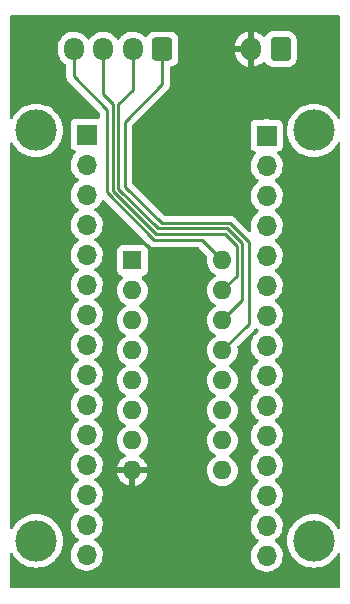
<source format=gbr>
%TF.GenerationSoftware,KiCad,Pcbnew,6.0.2+dfsg-1*%
%TF.CreationDate,2023-02-14T20:33:28-03:00*%
%TF.ProjectId,arduStep,61726475-5374-4657-902e-6b696361645f,rev?*%
%TF.SameCoordinates,Original*%
%TF.FileFunction,Copper,L2,Bot*%
%TF.FilePolarity,Positive*%
%FSLAX46Y46*%
G04 Gerber Fmt 4.6, Leading zero omitted, Abs format (unit mm)*
G04 Created by KiCad (PCBNEW 6.0.2+dfsg-1) date 2023-02-14 20:33:28*
%MOMM*%
%LPD*%
G01*
G04 APERTURE LIST*
G04 Aperture macros list*
%AMRoundRect*
0 Rectangle with rounded corners*
0 $1 Rounding radius*
0 $2 $3 $4 $5 $6 $7 $8 $9 X,Y pos of 4 corners*
0 Add a 4 corners polygon primitive as box body*
4,1,4,$2,$3,$4,$5,$6,$7,$8,$9,$2,$3,0*
0 Add four circle primitives for the rounded corners*
1,1,$1+$1,$2,$3*
1,1,$1+$1,$4,$5*
1,1,$1+$1,$6,$7*
1,1,$1+$1,$8,$9*
0 Add four rect primitives between the rounded corners*
20,1,$1+$1,$2,$3,$4,$5,0*
20,1,$1+$1,$4,$5,$6,$7,0*
20,1,$1+$1,$6,$7,$8,$9,0*
20,1,$1+$1,$8,$9,$2,$3,0*%
G04 Aperture macros list end*
%TA.AperFunction,ComponentPad*%
%ADD10R,1.700000X1.700000*%
%TD*%
%TA.AperFunction,ComponentPad*%
%ADD11O,1.700000X1.700000*%
%TD*%
%TA.AperFunction,ComponentPad*%
%ADD12C,3.500000*%
%TD*%
%TA.AperFunction,ComponentPad*%
%ADD13R,1.600000X1.600000*%
%TD*%
%TA.AperFunction,ComponentPad*%
%ADD14O,1.600000X1.600000*%
%TD*%
%TA.AperFunction,ComponentPad*%
%ADD15RoundRect,0.250000X0.600000X0.725000X-0.600000X0.725000X-0.600000X-0.725000X0.600000X-0.725000X0*%
%TD*%
%TA.AperFunction,ComponentPad*%
%ADD16O,1.700000X1.950000*%
%TD*%
%TA.AperFunction,ComponentPad*%
%ADD17RoundRect,0.250000X0.600000X0.750000X-0.600000X0.750000X-0.600000X-0.750000X0.600000X-0.750000X0*%
%TD*%
%TA.AperFunction,ComponentPad*%
%ADD18O,1.700000X2.000000*%
%TD*%
%TA.AperFunction,ViaPad*%
%ADD19C,0.800000*%
%TD*%
%TA.AperFunction,Conductor*%
%ADD20C,0.250000*%
%TD*%
G04 APERTURE END LIST*
D10*
%TO.P,REF\u002A\u002A,1*%
%TO.N,N/C*%
X164000000Y-67690000D03*
D11*
%TO.P,REF\u002A\u002A,2*%
X164000000Y-70230000D03*
%TO.P,REF\u002A\u002A,3*%
X164000000Y-72770000D03*
%TO.P,REF\u002A\u002A,4*%
X164000000Y-75310000D03*
%TO.P,REF\u002A\u002A,5*%
X164000000Y-77850000D03*
%TO.P,REF\u002A\u002A,6*%
X164000000Y-80390000D03*
%TO.P,REF\u002A\u002A,7*%
X164000000Y-82930000D03*
%TO.P,REF\u002A\u002A,8*%
X164000000Y-85470000D03*
%TO.P,REF\u002A\u002A,9*%
X164000000Y-88010000D03*
%TO.P,REF\u002A\u002A,10*%
X164000000Y-90550000D03*
%TO.P,REF\u002A\u002A,11*%
X164000000Y-93090000D03*
%TO.P,REF\u002A\u002A,12*%
X164000000Y-95630000D03*
%TO.P,REF\u002A\u002A,13*%
X164000000Y-98170000D03*
%TO.P,REF\u002A\u002A,14*%
X164000000Y-100710000D03*
%TO.P,REF\u002A\u002A,15*%
X164000000Y-103250000D03*
%TD*%
D12*
%TO.P,2.2mm,1*%
%TO.N,N/C*%
X144500000Y-102000000D03*
%TD*%
%TO.P,2.2mm,1*%
%TO.N,N/C*%
X168000000Y-102000000D03*
%TD*%
%TO.P,2.2mm,1*%
%TO.N,N/C*%
X144500000Y-67250000D03*
%TD*%
%TO.P,2.2mm,1*%
%TO.N,N/C*%
X168000000Y-67250000D03*
%TD*%
D10*
%TO.P,REF\u002A\u002A,1*%
%TO.N,N/C*%
X148760000Y-67600000D03*
D11*
%TO.P,REF\u002A\u002A,2*%
X148760000Y-70140000D03*
%TO.P,REF\u002A\u002A,3*%
X148760000Y-72680000D03*
%TO.P,REF\u002A\u002A,4*%
X148760000Y-75220000D03*
%TO.P,REF\u002A\u002A,5*%
X148760000Y-77760000D03*
%TO.P,REF\u002A\u002A,6*%
X148760000Y-80300000D03*
%TO.P,REF\u002A\u002A,7*%
X148760000Y-82840000D03*
%TO.P,REF\u002A\u002A,8*%
X148760000Y-85380000D03*
%TO.P,REF\u002A\u002A,9*%
X148760000Y-87920000D03*
%TO.P,REF\u002A\u002A,10*%
X148760000Y-90460000D03*
%TO.P,REF\u002A\u002A,11*%
X148760000Y-93000000D03*
%TO.P,REF\u002A\u002A,12*%
X148760000Y-95540000D03*
%TO.P,REF\u002A\u002A,13*%
X148760000Y-98080000D03*
%TO.P,REF\u002A\u002A,14*%
X148760000Y-100620000D03*
%TO.P,REF\u002A\u002A,15*%
X148760000Y-103160000D03*
%TD*%
D13*
%TO.P,U1,1,I1*%
%TO.N,/in1*%
X152630000Y-78260000D03*
D14*
%TO.P,U1,2,I2*%
%TO.N,/in2*%
X152630000Y-80800000D03*
%TO.P,U1,3,I3*%
%TO.N,/in3*%
X152630000Y-83340000D03*
%TO.P,U1,4,I4*%
%TO.N,/in4*%
X152630000Y-85880000D03*
%TO.P,U1,5,I5*%
%TO.N,unconnected-(U1-Pad5)*%
X152630000Y-88420000D03*
%TO.P,U1,6,I6*%
%TO.N,unconnected-(U1-Pad6)*%
X152630000Y-90960000D03*
%TO.P,U1,7,I7*%
%TO.N,unconnected-(U1-Pad7)*%
X152630000Y-93500000D03*
%TO.P,U1,8,GND*%
%TO.N,GND*%
X152630000Y-96040000D03*
%TO.P,U1,9,COM*%
%TO.N,5V*%
X160250000Y-96040000D03*
%TO.P,U1,10,O7*%
%TO.N,unconnected-(U1-Pad10)*%
X160250000Y-93500000D03*
%TO.P,U1,11,O6*%
%TO.N,unconnected-(U1-Pad11)*%
X160250000Y-90960000D03*
%TO.P,U1,12,O5*%
%TO.N,unconnected-(U1-Pad12)*%
X160250000Y-88420000D03*
%TO.P,U1,13,O4*%
%TO.N,Net-(J1-Pad1)*%
X160250000Y-85880000D03*
%TO.P,U1,14,O3*%
%TO.N,Net-(J1-Pad2)*%
X160250000Y-83340000D03*
%TO.P,U1,15,O2*%
%TO.N,Net-(J1-Pad3)*%
X160250000Y-80800000D03*
%TO.P,U1,16,O1*%
%TO.N,Net-(J1-Pad4)*%
X160250000Y-78260000D03*
%TD*%
D15*
%TO.P,J1,1,Pin_1*%
%TO.N,Net-(J1-Pad1)*%
X155180000Y-60360000D03*
D16*
%TO.P,J1,2,Pin_2*%
%TO.N,Net-(J1-Pad2)*%
X152680000Y-60360000D03*
%TO.P,J1,3,Pin_3*%
%TO.N,Net-(J1-Pad3)*%
X150180000Y-60360000D03*
%TO.P,J1,4,Pin_4*%
%TO.N,Net-(J1-Pad4)*%
X147680000Y-60360000D03*
%TD*%
D14*
%TO.P,A1,30,VIN*%
%TO.N,unconnected-(A1-Pad30)*%
X164000000Y-67600000D03*
%TO.P,A1,29,GND*%
%TO.N,GND*%
X164000000Y-70140000D03*
%TO.P,A1,28,~{RESET}*%
%TO.N,unconnected-(A1-Pad28)*%
X164000000Y-72680000D03*
%TO.P,A1,27,+5V*%
%TO.N,unconnected-(A1-Pad27)*%
X164000000Y-75220000D03*
%TO.P,A1,26,A7*%
%TO.N,unconnected-(A1-Pad26)*%
X164000000Y-77760000D03*
%TO.P,A1,25,A6*%
%TO.N,unconnected-(A1-Pad25)*%
X164000000Y-80300000D03*
%TO.P,A1,24,A5*%
%TO.N,unconnected-(A1-Pad24)*%
X164000000Y-82840000D03*
%TO.P,A1,23,A4*%
%TO.N,unconnected-(A1-Pad23)*%
X164000000Y-85380000D03*
%TO.P,A1,22,A3*%
%TO.N,unconnected-(A1-Pad22)*%
X164000000Y-87920000D03*
%TO.P,A1,21,A2*%
%TO.N,unconnected-(A1-Pad21)*%
X164000000Y-90460000D03*
%TO.P,A1,20,A1*%
%TO.N,unconnected-(A1-Pad20)*%
X164000000Y-93000000D03*
%TO.P,A1,19,A0*%
%TO.N,unconnected-(A1-Pad19)*%
X164000000Y-95540000D03*
%TO.P,A1,18,AREF*%
%TO.N,unconnected-(A1-Pad18)*%
X164000000Y-98080000D03*
%TO.P,A1,17,3V3*%
%TO.N,unconnected-(A1-Pad17)*%
X164000000Y-100620000D03*
%TO.P,A1,16,D13*%
%TO.N,unconnected-(A1-Pad16)*%
X164000000Y-103160000D03*
%TO.P,A1,15,D12*%
%TO.N,unconnected-(A1-Pad15)*%
X148760000Y-103160000D03*
%TO.P,A1,14,D11*%
%TO.N,unconnected-(A1-Pad14)*%
X148760000Y-100620000D03*
%TO.P,A1,13,D10*%
%TO.N,unconnected-(A1-Pad13)*%
X148760000Y-98080000D03*
%TO.P,A1,12,D9*%
%TO.N,unconnected-(A1-Pad12)*%
X148760000Y-95540000D03*
%TO.P,A1,11,D8*%
%TO.N,unconnected-(A1-Pad11)*%
X148760000Y-93000000D03*
%TO.P,A1,10,D7*%
%TO.N,/in4*%
X148760000Y-90460000D03*
%TO.P,A1,9,D6*%
%TO.N,/in3*%
X148760000Y-87920000D03*
%TO.P,A1,8,D5*%
%TO.N,/in2*%
X148760000Y-85380000D03*
%TO.P,A1,7,D4*%
%TO.N,/in1*%
X148760000Y-82840000D03*
%TO.P,A1,6,D3*%
%TO.N,unconnected-(A1-Pad6)*%
X148760000Y-80300000D03*
%TO.P,A1,5,D2*%
%TO.N,unconnected-(A1-Pad5)*%
X148760000Y-77760000D03*
%TO.P,A1,4,GND*%
%TO.N,unconnected-(A1-Pad4)*%
X148760000Y-75220000D03*
%TO.P,A1,3,~{RESET}*%
%TO.N,unconnected-(A1-Pad3)*%
X148760000Y-72680000D03*
%TO.P,A1,2,D0/RX*%
%TO.N,unconnected-(A1-Pad2)*%
X148760000Y-70140000D03*
D13*
%TO.P,A1,1,D1/TX*%
%TO.N,unconnected-(A1-Pad1)*%
X148760000Y-67600000D03*
%TD*%
D17*
%TO.P,J2,1,Pin_1*%
%TO.N,5V*%
X165180000Y-60360000D03*
D18*
%TO.P,J2,2,Pin_2*%
%TO.N,GND*%
X162680000Y-60360000D03*
%TD*%
D19*
%TO.N,GND*%
X161000000Y-100500000D03*
X152000000Y-100500000D03*
X161000000Y-72000000D03*
X161000000Y-68000000D03*
X156500000Y-73500000D03*
X156500000Y-65500000D03*
X156000000Y-96000000D03*
X156000000Y-80000000D03*
X156000000Y-90500000D03*
X156000000Y-85000000D03*
X144500000Y-95500000D03*
X144500000Y-79500000D03*
X144500000Y-90000000D03*
X144500000Y-84500000D03*
X168500000Y-79500000D03*
X168500000Y-84500000D03*
X168500000Y-90000000D03*
X168500000Y-95500000D03*
%TD*%
D20*
%TO.N,Net-(J1-Pad4)*%
X160250000Y-78260000D02*
X158490000Y-76500000D01*
X158490000Y-76500000D02*
X154500000Y-76500000D01*
X154500000Y-76500000D02*
X150500000Y-72500000D01*
X150500000Y-72500000D02*
X150500000Y-65500000D01*
X150500000Y-65500000D02*
X147680000Y-62680000D01*
X147680000Y-62680000D02*
X147680000Y-60360000D01*
%TO.N,Net-(J1-Pad1)*%
X160250000Y-85880000D02*
X162500000Y-83630000D01*
X162500000Y-83630000D02*
X162500000Y-76728566D01*
X162500000Y-76728566D02*
X160872394Y-75100960D01*
X155180000Y-63320000D02*
X155180000Y-60360000D01*
X160872394Y-75100960D02*
X155100960Y-75100960D01*
X155100960Y-75100960D02*
X152000000Y-72000000D01*
X152000000Y-72000000D02*
X152000000Y-66500000D01*
X152000000Y-66500000D02*
X155180000Y-63320000D01*
%TO.N,Net-(J1-Pad2)*%
X160250000Y-83340000D02*
X161949520Y-81640480D01*
X161949520Y-81640480D02*
X161949520Y-76813803D01*
X161949520Y-76813803D02*
X160686197Y-75550480D01*
X160686197Y-75550480D02*
X154821916Y-75550480D01*
X154821916Y-75550480D02*
X151449520Y-72178084D01*
X151449520Y-72178084D02*
X151449520Y-65050480D01*
X151449520Y-65050480D02*
X152680000Y-63820000D01*
X152680000Y-63820000D02*
X152680000Y-60360000D01*
%TO.N,Net-(J1-Pad3)*%
X160250000Y-80800000D02*
X161500000Y-79550000D01*
X161500000Y-79550000D02*
X161500000Y-77000000D01*
X161500000Y-77000000D02*
X160500000Y-76000000D01*
X160500000Y-76000000D02*
X154635718Y-76000000D01*
X154635718Y-76000000D02*
X151000000Y-72364282D01*
X151000000Y-72364282D02*
X151000000Y-65000000D01*
X151000000Y-65000000D02*
X150180000Y-64180000D01*
X150180000Y-64180000D02*
X150180000Y-60360000D01*
%TD*%
%TA.AperFunction,Conductor*%
%TO.N,GND*%
G36*
X170184121Y-57528002D02*
G01*
X170230614Y-57581658D01*
X170242000Y-57634000D01*
X170242000Y-66149549D01*
X170221998Y-66217670D01*
X170168342Y-66264163D01*
X170098068Y-66274267D01*
X170033488Y-66244773D01*
X170002994Y-66205277D01*
X169961942Y-66122031D01*
X169961939Y-66122026D01*
X169960115Y-66118327D01*
X169795633Y-65872162D01*
X169792919Y-65869068D01*
X169792915Y-65869062D01*
X169603136Y-65652662D01*
X169600427Y-65649573D01*
X169453904Y-65521075D01*
X169380938Y-65457085D01*
X169380932Y-65457081D01*
X169377838Y-65454367D01*
X169374412Y-65452078D01*
X169374407Y-65452074D01*
X169135106Y-65292179D01*
X169131673Y-65289885D01*
X169127974Y-65288061D01*
X169127969Y-65288058D01*
X168991687Y-65220852D01*
X168866145Y-65158941D01*
X168862239Y-65157615D01*
X168589710Y-65065104D01*
X168589706Y-65065103D01*
X168585797Y-65063776D01*
X168581753Y-65062972D01*
X168581747Y-65062970D01*
X168299465Y-65006820D01*
X168299459Y-65006819D01*
X168295426Y-65006017D01*
X168291321Y-65005748D01*
X168291314Y-65005747D01*
X168004119Y-64986924D01*
X168000000Y-64986654D01*
X167995881Y-64986924D01*
X167708686Y-65005747D01*
X167708679Y-65005748D01*
X167704574Y-65006017D01*
X167700541Y-65006819D01*
X167700535Y-65006820D01*
X167418253Y-65062970D01*
X167418247Y-65062972D01*
X167414203Y-65063776D01*
X167410294Y-65065103D01*
X167410290Y-65065104D01*
X167137761Y-65157615D01*
X167133855Y-65158941D01*
X167008313Y-65220852D01*
X166872031Y-65288058D01*
X166872026Y-65288061D01*
X166868327Y-65289885D01*
X166864894Y-65292179D01*
X166625593Y-65452074D01*
X166625588Y-65452078D01*
X166622162Y-65454367D01*
X166619068Y-65457081D01*
X166619062Y-65457085D01*
X166546096Y-65521075D01*
X166399573Y-65649573D01*
X166396864Y-65652662D01*
X166207085Y-65869062D01*
X166207081Y-65869068D01*
X166204367Y-65872162D01*
X166039885Y-66118327D01*
X166038061Y-66122026D01*
X166038058Y-66122031D01*
X166000368Y-66198459D01*
X165908941Y-66383855D01*
X165907616Y-66387760D01*
X165907615Y-66387761D01*
X165824611Y-66632285D01*
X165813776Y-66664203D01*
X165812972Y-66668247D01*
X165812970Y-66668253D01*
X165789058Y-66788469D01*
X165756017Y-66954574D01*
X165736654Y-67250000D01*
X165756017Y-67545426D01*
X165813776Y-67835797D01*
X165908941Y-68116145D01*
X166039885Y-68381673D01*
X166042179Y-68385106D01*
X166177838Y-68588134D01*
X166204367Y-68627838D01*
X166207081Y-68630932D01*
X166207085Y-68630938D01*
X166336316Y-68778297D01*
X166399573Y-68850427D01*
X166402662Y-68853136D01*
X166619062Y-69042915D01*
X166619068Y-69042919D01*
X166622162Y-69045633D01*
X166625588Y-69047922D01*
X166625593Y-69047926D01*
X166777712Y-69149568D01*
X166868327Y-69210115D01*
X166872026Y-69211939D01*
X166872031Y-69211942D01*
X167006797Y-69278401D01*
X167133855Y-69341059D01*
X167137760Y-69342384D01*
X167137761Y-69342385D01*
X167410290Y-69434896D01*
X167410294Y-69434897D01*
X167414203Y-69436224D01*
X167418247Y-69437028D01*
X167418253Y-69437030D01*
X167700535Y-69493180D01*
X167700541Y-69493181D01*
X167704574Y-69493983D01*
X167708679Y-69494252D01*
X167708686Y-69494253D01*
X167995881Y-69513076D01*
X168000000Y-69513346D01*
X168004119Y-69513076D01*
X168291314Y-69494253D01*
X168291321Y-69494252D01*
X168295426Y-69493983D01*
X168299459Y-69493181D01*
X168299465Y-69493180D01*
X168581747Y-69437030D01*
X168581753Y-69437028D01*
X168585797Y-69436224D01*
X168589706Y-69434897D01*
X168589710Y-69434896D01*
X168862239Y-69342385D01*
X168862240Y-69342384D01*
X168866145Y-69341059D01*
X168993203Y-69278401D01*
X169127969Y-69211942D01*
X169127974Y-69211939D01*
X169131673Y-69210115D01*
X169222288Y-69149568D01*
X169374407Y-69047926D01*
X169374412Y-69047922D01*
X169377838Y-69045633D01*
X169380932Y-69042919D01*
X169380938Y-69042915D01*
X169597338Y-68853136D01*
X169600427Y-68850427D01*
X169663684Y-68778297D01*
X169792915Y-68630938D01*
X169792919Y-68630932D01*
X169795633Y-68627838D01*
X169822163Y-68588134D01*
X169957821Y-68385106D01*
X169960115Y-68381673D01*
X170002994Y-68294723D01*
X170051062Y-68242474D01*
X170119748Y-68224507D01*
X170187244Y-68246526D01*
X170232120Y-68301541D01*
X170242000Y-68350451D01*
X170242000Y-100899549D01*
X170221998Y-100967670D01*
X170168342Y-101014163D01*
X170098068Y-101024267D01*
X170033488Y-100994773D01*
X170002994Y-100955277D01*
X169961942Y-100872031D01*
X169961939Y-100872026D01*
X169960115Y-100868327D01*
X169856573Y-100713365D01*
X169797926Y-100625593D01*
X169797922Y-100625588D01*
X169795633Y-100622162D01*
X169792919Y-100619068D01*
X169792915Y-100619062D01*
X169603136Y-100402662D01*
X169600427Y-100399573D01*
X169592182Y-100392342D01*
X169380938Y-100207085D01*
X169380932Y-100207081D01*
X169377838Y-100204367D01*
X169374412Y-100202078D01*
X169374407Y-100202074D01*
X169135106Y-100042179D01*
X169131673Y-100039885D01*
X169127974Y-100038061D01*
X169127969Y-100038058D01*
X168976275Y-99963251D01*
X168866145Y-99908941D01*
X168788609Y-99882621D01*
X168589710Y-99815104D01*
X168589706Y-99815103D01*
X168585797Y-99813776D01*
X168581753Y-99812972D01*
X168581747Y-99812970D01*
X168299465Y-99756820D01*
X168299459Y-99756819D01*
X168295426Y-99756017D01*
X168291321Y-99755748D01*
X168291314Y-99755747D01*
X168004119Y-99736924D01*
X168000000Y-99736654D01*
X167995881Y-99736924D01*
X167708686Y-99755747D01*
X167708679Y-99755748D01*
X167704574Y-99756017D01*
X167700541Y-99756819D01*
X167700535Y-99756820D01*
X167418253Y-99812970D01*
X167418247Y-99812972D01*
X167414203Y-99813776D01*
X167410294Y-99815103D01*
X167410290Y-99815104D01*
X167211391Y-99882621D01*
X167133855Y-99908941D01*
X167023725Y-99963251D01*
X166872031Y-100038058D01*
X166872026Y-100038061D01*
X166868327Y-100039885D01*
X166864894Y-100042179D01*
X166625593Y-100202074D01*
X166625588Y-100202078D01*
X166622162Y-100204367D01*
X166619068Y-100207081D01*
X166619062Y-100207085D01*
X166407818Y-100392342D01*
X166399573Y-100399573D01*
X166396864Y-100402662D01*
X166207085Y-100619062D01*
X166207081Y-100619068D01*
X166204367Y-100622162D01*
X166202078Y-100625588D01*
X166202074Y-100625593D01*
X166143427Y-100713365D01*
X166039885Y-100868327D01*
X166038061Y-100872026D01*
X166038058Y-100872031D01*
X166020286Y-100908069D01*
X165908941Y-101133855D01*
X165907616Y-101137760D01*
X165907615Y-101137761D01*
X165842692Y-101329020D01*
X165813776Y-101414203D01*
X165812972Y-101418247D01*
X165812970Y-101418253D01*
X165760122Y-101683938D01*
X165756017Y-101704574D01*
X165755748Y-101708679D01*
X165755747Y-101708686D01*
X165742118Y-101916638D01*
X165736654Y-102000000D01*
X165737284Y-102009612D01*
X165746735Y-102153802D01*
X165756017Y-102295426D01*
X165756819Y-102299459D01*
X165756820Y-102299465D01*
X165811962Y-102576680D01*
X165813776Y-102585797D01*
X165815103Y-102589706D01*
X165815104Y-102589710D01*
X165857958Y-102715954D01*
X165908941Y-102866145D01*
X165941586Y-102932342D01*
X166034899Y-103121562D01*
X166039885Y-103131673D01*
X166061061Y-103163365D01*
X166185576Y-103349715D01*
X166204367Y-103377838D01*
X166207081Y-103380932D01*
X166207085Y-103380938D01*
X166375016Y-103572425D01*
X166399573Y-103600427D01*
X166402662Y-103603136D01*
X166619062Y-103792915D01*
X166619068Y-103792919D01*
X166622162Y-103795633D01*
X166625588Y-103797922D01*
X166625593Y-103797926D01*
X166809405Y-103920744D01*
X166868327Y-103960115D01*
X166872026Y-103961939D01*
X166872031Y-103961942D01*
X167008313Y-104029148D01*
X167133855Y-104091059D01*
X167137760Y-104092384D01*
X167137761Y-104092385D01*
X167410290Y-104184896D01*
X167410294Y-104184897D01*
X167414203Y-104186224D01*
X167418247Y-104187028D01*
X167418253Y-104187030D01*
X167700535Y-104243180D01*
X167700541Y-104243181D01*
X167704574Y-104243983D01*
X167708679Y-104244252D01*
X167708686Y-104244253D01*
X167995881Y-104263076D01*
X168000000Y-104263346D01*
X168004119Y-104263076D01*
X168291314Y-104244253D01*
X168291321Y-104244252D01*
X168295426Y-104243983D01*
X168299459Y-104243181D01*
X168299465Y-104243180D01*
X168581747Y-104187030D01*
X168581753Y-104187028D01*
X168585797Y-104186224D01*
X168589706Y-104184897D01*
X168589710Y-104184896D01*
X168862239Y-104092385D01*
X168862240Y-104092384D01*
X168866145Y-104091059D01*
X168991687Y-104029148D01*
X169127969Y-103961942D01*
X169127974Y-103961939D01*
X169131673Y-103960115D01*
X169190595Y-103920744D01*
X169374407Y-103797926D01*
X169374412Y-103797922D01*
X169377838Y-103795633D01*
X169380932Y-103792919D01*
X169380938Y-103792915D01*
X169597338Y-103603136D01*
X169600427Y-103600427D01*
X169624984Y-103572425D01*
X169792915Y-103380938D01*
X169792919Y-103380932D01*
X169795633Y-103377838D01*
X169814425Y-103349715D01*
X169938939Y-103163365D01*
X169960115Y-103131673D01*
X169965102Y-103121562D01*
X170002994Y-103044723D01*
X170051062Y-102992474D01*
X170119748Y-102974507D01*
X170187244Y-102996526D01*
X170232120Y-103051541D01*
X170242000Y-103100451D01*
X170242000Y-105874000D01*
X170221998Y-105942121D01*
X170168342Y-105988614D01*
X170116000Y-106000000D01*
X142384000Y-106000000D01*
X142315879Y-105979998D01*
X142269386Y-105926342D01*
X142258000Y-105874000D01*
X142258000Y-103100451D01*
X142278002Y-103032330D01*
X142331658Y-102985837D01*
X142401932Y-102975733D01*
X142466512Y-103005227D01*
X142497006Y-103044723D01*
X142534899Y-103121562D01*
X142539885Y-103131673D01*
X142561061Y-103163365D01*
X142685576Y-103349715D01*
X142704367Y-103377838D01*
X142707081Y-103380932D01*
X142707085Y-103380938D01*
X142875016Y-103572425D01*
X142899573Y-103600427D01*
X142902662Y-103603136D01*
X143119062Y-103792915D01*
X143119068Y-103792919D01*
X143122162Y-103795633D01*
X143125588Y-103797922D01*
X143125593Y-103797926D01*
X143309405Y-103920744D01*
X143368327Y-103960115D01*
X143372026Y-103961939D01*
X143372031Y-103961942D01*
X143508313Y-104029148D01*
X143633855Y-104091059D01*
X143637760Y-104092384D01*
X143637761Y-104092385D01*
X143910290Y-104184896D01*
X143910294Y-104184897D01*
X143914203Y-104186224D01*
X143918247Y-104187028D01*
X143918253Y-104187030D01*
X144200535Y-104243180D01*
X144200541Y-104243181D01*
X144204574Y-104243983D01*
X144208679Y-104244252D01*
X144208686Y-104244253D01*
X144495881Y-104263076D01*
X144500000Y-104263346D01*
X144504119Y-104263076D01*
X144791314Y-104244253D01*
X144791321Y-104244252D01*
X144795426Y-104243983D01*
X144799459Y-104243181D01*
X144799465Y-104243180D01*
X145081747Y-104187030D01*
X145081753Y-104187028D01*
X145085797Y-104186224D01*
X145089706Y-104184897D01*
X145089710Y-104184896D01*
X145362239Y-104092385D01*
X145362240Y-104092384D01*
X145366145Y-104091059D01*
X145491687Y-104029148D01*
X145627969Y-103961942D01*
X145627974Y-103961939D01*
X145631673Y-103960115D01*
X145690595Y-103920744D01*
X145874407Y-103797926D01*
X145874412Y-103797922D01*
X145877838Y-103795633D01*
X145880932Y-103792919D01*
X145880938Y-103792915D01*
X146097338Y-103603136D01*
X146100427Y-103600427D01*
X146124984Y-103572425D01*
X146292915Y-103380938D01*
X146292919Y-103380932D01*
X146295633Y-103377838D01*
X146314425Y-103349715D01*
X146438939Y-103163365D01*
X146460115Y-103131673D01*
X146465102Y-103121562D01*
X146558414Y-102932342D01*
X146591059Y-102866145D01*
X146642042Y-102715954D01*
X146684896Y-102589710D01*
X146684897Y-102589706D01*
X146686224Y-102585797D01*
X146688038Y-102576680D01*
X146743180Y-102299465D01*
X146743181Y-102299459D01*
X146743983Y-102295426D01*
X146753266Y-102153802D01*
X146762716Y-102009612D01*
X146763346Y-102000000D01*
X146757882Y-101916638D01*
X146744253Y-101708686D01*
X146744252Y-101708679D01*
X146743983Y-101704574D01*
X146739879Y-101683938D01*
X146687030Y-101418253D01*
X146687028Y-101418247D01*
X146686224Y-101414203D01*
X146657309Y-101329020D01*
X146592385Y-101137761D01*
X146592384Y-101137760D01*
X146591059Y-101133855D01*
X146479714Y-100908069D01*
X146461942Y-100872031D01*
X146461939Y-100872026D01*
X146460115Y-100868327D01*
X146356573Y-100713365D01*
X146297926Y-100625593D01*
X146297922Y-100625588D01*
X146295633Y-100622162D01*
X146292919Y-100619068D01*
X146292915Y-100619062D01*
X146103136Y-100402662D01*
X146100427Y-100399573D01*
X146092182Y-100392342D01*
X145880938Y-100207085D01*
X145880932Y-100207081D01*
X145877838Y-100204367D01*
X145874412Y-100202078D01*
X145874407Y-100202074D01*
X145635106Y-100042179D01*
X145631673Y-100039885D01*
X145627974Y-100038061D01*
X145627969Y-100038058D01*
X145476275Y-99963251D01*
X145366145Y-99908941D01*
X145288609Y-99882621D01*
X145089710Y-99815104D01*
X145089706Y-99815103D01*
X145085797Y-99813776D01*
X145081753Y-99812972D01*
X145081747Y-99812970D01*
X144799465Y-99756820D01*
X144799459Y-99756819D01*
X144795426Y-99756017D01*
X144791321Y-99755748D01*
X144791314Y-99755747D01*
X144504119Y-99736924D01*
X144500000Y-99736654D01*
X144495881Y-99736924D01*
X144208686Y-99755747D01*
X144208679Y-99755748D01*
X144204574Y-99756017D01*
X144200541Y-99756819D01*
X144200535Y-99756820D01*
X143918253Y-99812970D01*
X143918247Y-99812972D01*
X143914203Y-99813776D01*
X143910294Y-99815103D01*
X143910290Y-99815104D01*
X143711391Y-99882621D01*
X143633855Y-99908941D01*
X143523725Y-99963251D01*
X143372031Y-100038058D01*
X143372026Y-100038061D01*
X143368327Y-100039885D01*
X143364894Y-100042179D01*
X143125593Y-100202074D01*
X143125588Y-100202078D01*
X143122162Y-100204367D01*
X143119068Y-100207081D01*
X143119062Y-100207085D01*
X142907818Y-100392342D01*
X142899573Y-100399573D01*
X142896864Y-100402662D01*
X142707085Y-100619062D01*
X142707081Y-100619068D01*
X142704367Y-100622162D01*
X142702078Y-100625588D01*
X142702074Y-100625593D01*
X142643427Y-100713365D01*
X142539885Y-100868327D01*
X142538061Y-100872026D01*
X142538058Y-100872031D01*
X142497006Y-100955277D01*
X142448938Y-101007526D01*
X142380252Y-101025493D01*
X142312756Y-101003474D01*
X142267880Y-100948459D01*
X142258000Y-100899549D01*
X142258000Y-68350451D01*
X142278002Y-68282330D01*
X142331658Y-68235837D01*
X142401932Y-68225733D01*
X142466512Y-68255227D01*
X142497006Y-68294723D01*
X142539885Y-68381673D01*
X142542179Y-68385106D01*
X142677838Y-68588134D01*
X142704367Y-68627838D01*
X142707081Y-68630932D01*
X142707085Y-68630938D01*
X142836316Y-68778297D01*
X142899573Y-68850427D01*
X142902662Y-68853136D01*
X143119062Y-69042915D01*
X143119068Y-69042919D01*
X143122162Y-69045633D01*
X143125588Y-69047922D01*
X143125593Y-69047926D01*
X143277712Y-69149568D01*
X143368327Y-69210115D01*
X143372026Y-69211939D01*
X143372031Y-69211942D01*
X143506797Y-69278401D01*
X143633855Y-69341059D01*
X143637760Y-69342384D01*
X143637761Y-69342385D01*
X143910290Y-69434896D01*
X143910294Y-69434897D01*
X143914203Y-69436224D01*
X143918247Y-69437028D01*
X143918253Y-69437030D01*
X144200535Y-69493180D01*
X144200541Y-69493181D01*
X144204574Y-69493983D01*
X144208679Y-69494252D01*
X144208686Y-69494253D01*
X144495881Y-69513076D01*
X144500000Y-69513346D01*
X144504119Y-69513076D01*
X144791314Y-69494253D01*
X144791321Y-69494252D01*
X144795426Y-69493983D01*
X144799459Y-69493181D01*
X144799465Y-69493180D01*
X145081747Y-69437030D01*
X145081753Y-69437028D01*
X145085797Y-69436224D01*
X145089706Y-69434897D01*
X145089710Y-69434896D01*
X145362239Y-69342385D01*
X145362240Y-69342384D01*
X145366145Y-69341059D01*
X145493203Y-69278401D01*
X145627969Y-69211942D01*
X145627974Y-69211939D01*
X145631673Y-69210115D01*
X145722288Y-69149568D01*
X145874407Y-69047926D01*
X145874412Y-69047922D01*
X145877838Y-69045633D01*
X145880932Y-69042919D01*
X145880938Y-69042915D01*
X146097338Y-68853136D01*
X146100427Y-68850427D01*
X146163684Y-68778297D01*
X146292915Y-68630938D01*
X146292919Y-68630932D01*
X146295633Y-68627838D01*
X146322163Y-68588134D01*
X146457821Y-68385106D01*
X146460115Y-68381673D01*
X146591059Y-68116145D01*
X146686224Y-67835797D01*
X146743983Y-67545426D01*
X146763346Y-67250000D01*
X146743983Y-66954574D01*
X146710943Y-66788469D01*
X146687030Y-66668253D01*
X146687028Y-66668247D01*
X146686224Y-66664203D01*
X146675390Y-66632285D01*
X146592385Y-66387761D01*
X146592384Y-66387760D01*
X146591059Y-66383855D01*
X146499632Y-66198459D01*
X146461942Y-66122031D01*
X146461939Y-66122026D01*
X146460115Y-66118327D01*
X146295633Y-65872162D01*
X146292919Y-65869068D01*
X146292915Y-65869062D01*
X146103136Y-65652662D01*
X146100427Y-65649573D01*
X145953904Y-65521075D01*
X145880938Y-65457085D01*
X145880932Y-65457081D01*
X145877838Y-65454367D01*
X145874412Y-65452078D01*
X145874407Y-65452074D01*
X145635106Y-65292179D01*
X145631673Y-65289885D01*
X145627974Y-65288061D01*
X145627969Y-65288058D01*
X145491687Y-65220852D01*
X145366145Y-65158941D01*
X145362239Y-65157615D01*
X145089710Y-65065104D01*
X145089706Y-65065103D01*
X145085797Y-65063776D01*
X145081753Y-65062972D01*
X145081747Y-65062970D01*
X144799465Y-65006820D01*
X144799459Y-65006819D01*
X144795426Y-65006017D01*
X144791321Y-65005748D01*
X144791314Y-65005747D01*
X144504119Y-64986924D01*
X144500000Y-64986654D01*
X144495881Y-64986924D01*
X144208686Y-65005747D01*
X144208679Y-65005748D01*
X144204574Y-65006017D01*
X144200541Y-65006819D01*
X144200535Y-65006820D01*
X143918253Y-65062970D01*
X143918247Y-65062972D01*
X143914203Y-65063776D01*
X143910294Y-65065103D01*
X143910290Y-65065104D01*
X143637761Y-65157615D01*
X143633855Y-65158941D01*
X143508313Y-65220852D01*
X143372031Y-65288058D01*
X143372026Y-65288061D01*
X143368327Y-65289885D01*
X143364894Y-65292179D01*
X143125593Y-65452074D01*
X143125588Y-65452078D01*
X143122162Y-65454367D01*
X143119068Y-65457081D01*
X143119062Y-65457085D01*
X143046096Y-65521075D01*
X142899573Y-65649573D01*
X142896864Y-65652662D01*
X142707085Y-65869062D01*
X142707081Y-65869068D01*
X142704367Y-65872162D01*
X142539885Y-66118327D01*
X142538061Y-66122026D01*
X142538058Y-66122031D01*
X142497006Y-66205277D01*
X142448938Y-66257526D01*
X142380252Y-66275493D01*
X142312756Y-66253474D01*
X142267880Y-66198459D01*
X142258000Y-66149549D01*
X142258000Y-60542890D01*
X146321500Y-60542890D01*
X146336080Y-60714720D01*
X146337418Y-60719875D01*
X146337419Y-60719881D01*
X146341168Y-60734325D01*
X146393999Y-60937872D01*
X146488688Y-61148075D01*
X146617441Y-61339319D01*
X146621120Y-61343176D01*
X146621122Y-61343178D01*
X146682710Y-61407738D01*
X146776576Y-61506135D01*
X146961542Y-61643754D01*
X146966294Y-61646170D01*
X146966302Y-61646175D01*
X146977606Y-61651922D01*
X147029263Y-61700625D01*
X147046500Y-61764238D01*
X147046500Y-62601233D01*
X147045973Y-62612416D01*
X147044298Y-62619909D01*
X147044547Y-62627835D01*
X147044547Y-62627836D01*
X147046438Y-62687986D01*
X147046500Y-62691945D01*
X147046500Y-62719856D01*
X147046997Y-62723790D01*
X147046997Y-62723791D01*
X147047005Y-62723856D01*
X147047938Y-62735693D01*
X147049327Y-62779889D01*
X147054978Y-62799339D01*
X147058987Y-62818700D01*
X147061526Y-62838797D01*
X147064445Y-62846168D01*
X147064445Y-62846170D01*
X147077804Y-62879912D01*
X147081649Y-62891142D01*
X147093982Y-62933593D01*
X147098015Y-62940412D01*
X147098017Y-62940417D01*
X147104293Y-62951028D01*
X147112988Y-62968776D01*
X147120448Y-62987617D01*
X147125110Y-62994033D01*
X147125110Y-62994034D01*
X147146436Y-63023387D01*
X147152952Y-63033307D01*
X147167317Y-63057596D01*
X147175458Y-63071362D01*
X147189779Y-63085683D01*
X147202619Y-63100716D01*
X147214528Y-63117107D01*
X147220634Y-63122158D01*
X147248605Y-63145298D01*
X147257384Y-63153288D01*
X149829595Y-65725499D01*
X149863621Y-65787811D01*
X149866500Y-65814594D01*
X149866500Y-66124556D01*
X149846498Y-66192677D01*
X149792842Y-66239170D01*
X149722905Y-66249226D01*
X149720316Y-66248255D01*
X149713104Y-66247472D01*
X149713101Y-66247471D01*
X149661531Y-66241869D01*
X149658134Y-66241500D01*
X147861866Y-66241500D01*
X147799684Y-66248255D01*
X147663295Y-66299385D01*
X147546739Y-66386739D01*
X147459385Y-66503295D01*
X147408255Y-66639684D01*
X147401500Y-66701866D01*
X147401500Y-68498134D01*
X147408255Y-68560316D01*
X147459385Y-68696705D01*
X147546739Y-68813261D01*
X147663295Y-68900615D01*
X147671704Y-68903767D01*
X147671705Y-68903768D01*
X147780451Y-68944535D01*
X147837216Y-68987176D01*
X147861916Y-69053738D01*
X147846709Y-69123087D01*
X147827316Y-69149568D01*
X147700629Y-69282138D01*
X147574743Y-69466680D01*
X147480688Y-69669305D01*
X147420989Y-69884570D01*
X147397251Y-70106695D01*
X147397548Y-70111848D01*
X147397548Y-70111851D01*
X147408007Y-70293240D01*
X147410110Y-70329715D01*
X147411247Y-70334761D01*
X147411248Y-70334767D01*
X147429228Y-70414547D01*
X147459222Y-70547639D01*
X147543266Y-70754616D01*
X147545965Y-70759020D01*
X147654588Y-70936277D01*
X147659987Y-70945088D01*
X147806250Y-71113938D01*
X147978126Y-71256632D01*
X147996774Y-71267529D01*
X148051445Y-71299476D01*
X148100169Y-71351114D01*
X148113240Y-71420897D01*
X148086509Y-71486669D01*
X148046055Y-71520027D01*
X148033607Y-71526507D01*
X148029474Y-71529610D01*
X148029471Y-71529612D01*
X147859100Y-71657530D01*
X147854965Y-71660635D01*
X147700629Y-71822138D01*
X147697715Y-71826410D01*
X147697714Y-71826411D01*
X147688300Y-71840211D01*
X147574743Y-72006680D01*
X147480688Y-72209305D01*
X147420989Y-72424570D01*
X147397251Y-72646695D01*
X147397548Y-72651848D01*
X147397548Y-72651851D01*
X147408007Y-72833240D01*
X147410110Y-72869715D01*
X147411247Y-72874761D01*
X147411248Y-72874767D01*
X147429228Y-72954547D01*
X147459222Y-73087639D01*
X147543266Y-73294616D01*
X147545965Y-73299020D01*
X147654588Y-73476277D01*
X147659987Y-73485088D01*
X147806250Y-73653938D01*
X147978126Y-73796632D01*
X147996774Y-73807529D01*
X148051445Y-73839476D01*
X148100169Y-73891114D01*
X148113240Y-73960897D01*
X148086509Y-74026669D01*
X148046055Y-74060027D01*
X148033607Y-74066507D01*
X148029474Y-74069610D01*
X148029471Y-74069612D01*
X147859100Y-74197530D01*
X147854965Y-74200635D01*
X147700629Y-74362138D01*
X147697715Y-74366410D01*
X147697714Y-74366411D01*
X147688300Y-74380211D01*
X147574743Y-74546680D01*
X147537168Y-74627629D01*
X147506387Y-74693942D01*
X147480688Y-74749305D01*
X147420989Y-74964570D01*
X147397251Y-75186695D01*
X147397548Y-75191848D01*
X147397548Y-75191851D01*
X147408007Y-75373240D01*
X147410110Y-75409715D01*
X147411247Y-75414761D01*
X147411248Y-75414767D01*
X147429228Y-75494547D01*
X147459222Y-75627639D01*
X147543266Y-75834616D01*
X147545965Y-75839020D01*
X147654588Y-76016277D01*
X147659987Y-76025088D01*
X147806250Y-76193938D01*
X147978126Y-76336632D01*
X147996774Y-76347529D01*
X148051445Y-76379476D01*
X148100169Y-76431114D01*
X148113240Y-76500897D01*
X148086509Y-76566669D01*
X148046055Y-76600027D01*
X148033607Y-76606507D01*
X148029474Y-76609610D01*
X148029471Y-76609612D01*
X147859100Y-76737530D01*
X147854965Y-76740635D01*
X147851393Y-76744373D01*
X147736107Y-76865013D01*
X147700629Y-76902138D01*
X147697715Y-76906410D01*
X147697714Y-76906411D01*
X147655782Y-76967881D01*
X147574743Y-77086680D01*
X147535879Y-77170405D01*
X147515971Y-77213295D01*
X147480688Y-77289305D01*
X147420989Y-77504570D01*
X147397251Y-77726695D01*
X147397548Y-77731848D01*
X147397548Y-77731851D01*
X147407139Y-77898192D01*
X147410110Y-77949715D01*
X147411247Y-77954761D01*
X147411248Y-77954767D01*
X147414334Y-77968459D01*
X147459222Y-78167639D01*
X147543266Y-78374616D01*
X147545965Y-78379020D01*
X147654588Y-78556277D01*
X147659987Y-78565088D01*
X147806250Y-78733938D01*
X147978126Y-78876632D01*
X147996774Y-78887529D01*
X148051445Y-78919476D01*
X148100169Y-78971114D01*
X148113240Y-79040897D01*
X148086509Y-79106669D01*
X148046055Y-79140027D01*
X148033607Y-79146507D01*
X148029474Y-79149610D01*
X148029471Y-79149612D01*
X147859100Y-79277530D01*
X147854965Y-79280635D01*
X147700629Y-79442138D01*
X147697715Y-79446410D01*
X147697714Y-79446411D01*
X147685404Y-79464457D01*
X147574743Y-79626680D01*
X147556812Y-79665310D01*
X147524032Y-79735929D01*
X147480688Y-79829305D01*
X147420989Y-80044570D01*
X147397251Y-80266695D01*
X147397548Y-80271848D01*
X147397548Y-80271851D01*
X147408007Y-80453240D01*
X147410110Y-80489715D01*
X147411247Y-80494761D01*
X147411248Y-80494767D01*
X147428634Y-80571913D01*
X147459222Y-80707639D01*
X147543266Y-80914616D01*
X147545965Y-80919020D01*
X147654588Y-81096277D01*
X147659987Y-81105088D01*
X147806250Y-81273938D01*
X147978126Y-81416632D01*
X147996774Y-81427529D01*
X148051445Y-81459476D01*
X148100169Y-81511114D01*
X148113240Y-81580897D01*
X148086509Y-81646669D01*
X148046055Y-81680027D01*
X148033607Y-81686507D01*
X148029474Y-81689610D01*
X148029471Y-81689612D01*
X147859100Y-81817530D01*
X147854965Y-81820635D01*
X147700629Y-81982138D01*
X147697715Y-81986410D01*
X147697714Y-81986411D01*
X147685404Y-82004457D01*
X147574743Y-82166680D01*
X147480688Y-82369305D01*
X147420989Y-82584570D01*
X147397251Y-82806695D01*
X147397548Y-82811848D01*
X147397548Y-82811851D01*
X147407098Y-82977483D01*
X147410110Y-83029715D01*
X147411247Y-83034761D01*
X147411248Y-83034767D01*
X147428634Y-83111913D01*
X147459222Y-83247639D01*
X147543266Y-83454616D01*
X147545965Y-83459020D01*
X147654588Y-83636277D01*
X147659987Y-83645088D01*
X147806250Y-83813938D01*
X147978126Y-83956632D01*
X148026592Y-83984953D01*
X148051445Y-83999476D01*
X148100169Y-84051114D01*
X148113240Y-84120897D01*
X148086509Y-84186669D01*
X148046055Y-84220027D01*
X148033607Y-84226507D01*
X148029474Y-84229610D01*
X148029471Y-84229612D01*
X147859100Y-84357530D01*
X147854965Y-84360635D01*
X147700629Y-84522138D01*
X147697715Y-84526410D01*
X147697714Y-84526411D01*
X147685404Y-84544457D01*
X147574743Y-84706680D01*
X147480688Y-84909305D01*
X147420989Y-85124570D01*
X147397251Y-85346695D01*
X147397548Y-85351848D01*
X147397548Y-85351851D01*
X147407098Y-85517483D01*
X147410110Y-85569715D01*
X147411247Y-85574761D01*
X147411248Y-85574767D01*
X147428634Y-85651913D01*
X147459222Y-85787639D01*
X147543266Y-85994616D01*
X147545965Y-85999020D01*
X147654588Y-86176277D01*
X147659987Y-86185088D01*
X147806250Y-86353938D01*
X147978126Y-86496632D01*
X147996774Y-86507529D01*
X148051445Y-86539476D01*
X148100169Y-86591114D01*
X148113240Y-86660897D01*
X148086509Y-86726669D01*
X148046055Y-86760027D01*
X148033607Y-86766507D01*
X148029474Y-86769610D01*
X148029471Y-86769612D01*
X147859100Y-86897530D01*
X147854965Y-86900635D01*
X147700629Y-87062138D01*
X147697715Y-87066410D01*
X147697714Y-87066411D01*
X147685404Y-87084457D01*
X147574743Y-87246680D01*
X147480688Y-87449305D01*
X147420989Y-87664570D01*
X147397251Y-87886695D01*
X147397548Y-87891848D01*
X147397548Y-87891851D01*
X147408007Y-88073240D01*
X147410110Y-88109715D01*
X147411247Y-88114761D01*
X147411248Y-88114767D01*
X147428634Y-88191913D01*
X147459222Y-88327639D01*
X147543266Y-88534616D01*
X147545965Y-88539020D01*
X147654588Y-88716277D01*
X147659987Y-88725088D01*
X147806250Y-88893938D01*
X147978126Y-89036632D01*
X147996774Y-89047529D01*
X148051445Y-89079476D01*
X148100169Y-89131114D01*
X148113240Y-89200897D01*
X148086509Y-89266669D01*
X148046055Y-89300027D01*
X148033607Y-89306507D01*
X148029474Y-89309610D01*
X148029471Y-89309612D01*
X147859100Y-89437530D01*
X147854965Y-89440635D01*
X147700629Y-89602138D01*
X147697715Y-89606410D01*
X147697714Y-89606411D01*
X147685404Y-89624457D01*
X147574743Y-89786680D01*
X147480688Y-89989305D01*
X147420989Y-90204570D01*
X147397251Y-90426695D01*
X147397548Y-90431848D01*
X147397548Y-90431851D01*
X147408007Y-90613240D01*
X147410110Y-90649715D01*
X147411247Y-90654761D01*
X147411248Y-90654767D01*
X147428634Y-90731913D01*
X147459222Y-90867639D01*
X147543266Y-91074616D01*
X147545965Y-91079020D01*
X147654588Y-91256277D01*
X147659987Y-91265088D01*
X147806250Y-91433938D01*
X147978126Y-91576632D01*
X147996774Y-91587529D01*
X148051445Y-91619476D01*
X148100169Y-91671114D01*
X148113240Y-91740897D01*
X148086509Y-91806669D01*
X148046055Y-91840027D01*
X148033607Y-91846507D01*
X148029474Y-91849610D01*
X148029471Y-91849612D01*
X147859100Y-91977530D01*
X147854965Y-91980635D01*
X147700629Y-92142138D01*
X147697715Y-92146410D01*
X147697714Y-92146411D01*
X147685404Y-92164457D01*
X147574743Y-92326680D01*
X147480688Y-92529305D01*
X147420989Y-92744570D01*
X147397251Y-92966695D01*
X147397548Y-92971848D01*
X147397548Y-92971851D01*
X147408007Y-93153240D01*
X147410110Y-93189715D01*
X147411247Y-93194761D01*
X147411248Y-93194767D01*
X147428634Y-93271913D01*
X147459222Y-93407639D01*
X147543266Y-93614616D01*
X147545965Y-93619020D01*
X147654588Y-93796277D01*
X147659987Y-93805088D01*
X147806250Y-93973938D01*
X147978126Y-94116632D01*
X147996774Y-94127529D01*
X148051445Y-94159476D01*
X148100169Y-94211114D01*
X148113240Y-94280897D01*
X148086509Y-94346669D01*
X148046055Y-94380027D01*
X148033607Y-94386507D01*
X148029474Y-94389610D01*
X148029471Y-94389612D01*
X147859100Y-94517530D01*
X147854965Y-94520635D01*
X147700629Y-94682138D01*
X147697715Y-94686410D01*
X147697714Y-94686411D01*
X147686399Y-94702998D01*
X147574743Y-94866680D01*
X147534950Y-94952407D01*
X147498456Y-95031028D01*
X147480688Y-95069305D01*
X147420989Y-95284570D01*
X147397251Y-95506695D01*
X147397548Y-95511848D01*
X147397548Y-95511851D01*
X147408007Y-95693240D01*
X147410110Y-95729715D01*
X147411247Y-95734761D01*
X147411248Y-95734767D01*
X147428634Y-95811913D01*
X147459222Y-95947639D01*
X147543266Y-96154616D01*
X147545965Y-96159020D01*
X147654588Y-96336277D01*
X147659987Y-96345088D01*
X147806250Y-96513938D01*
X147978126Y-96656632D01*
X147996774Y-96667529D01*
X148051445Y-96699476D01*
X148100169Y-96751114D01*
X148113240Y-96820897D01*
X148086509Y-96886669D01*
X148046055Y-96920027D01*
X148033607Y-96926507D01*
X148029474Y-96929610D01*
X148029471Y-96929612D01*
X147859100Y-97057530D01*
X147854965Y-97060635D01*
X147700629Y-97222138D01*
X147697715Y-97226410D01*
X147697714Y-97226411D01*
X147688300Y-97240211D01*
X147574743Y-97406680D01*
X147480688Y-97609305D01*
X147420989Y-97824570D01*
X147397251Y-98046695D01*
X147397548Y-98051848D01*
X147397548Y-98051851D01*
X147408007Y-98233240D01*
X147410110Y-98269715D01*
X147411247Y-98274761D01*
X147411248Y-98274767D01*
X147429228Y-98354547D01*
X147459222Y-98487639D01*
X147543266Y-98694616D01*
X147545965Y-98699020D01*
X147654588Y-98876277D01*
X147659987Y-98885088D01*
X147806250Y-99053938D01*
X147978126Y-99196632D01*
X147996774Y-99207529D01*
X148051445Y-99239476D01*
X148100169Y-99291114D01*
X148113240Y-99360897D01*
X148086509Y-99426669D01*
X148046055Y-99460027D01*
X148033607Y-99466507D01*
X148029474Y-99469610D01*
X148029471Y-99469612D01*
X147859100Y-99597530D01*
X147854965Y-99600635D01*
X147700629Y-99762138D01*
X147697715Y-99766410D01*
X147697714Y-99766411D01*
X147688300Y-99780211D01*
X147574743Y-99946680D01*
X147480688Y-100149305D01*
X147420989Y-100364570D01*
X147397251Y-100586695D01*
X147397548Y-100591848D01*
X147397548Y-100591851D01*
X147408007Y-100773240D01*
X147410110Y-100809715D01*
X147411247Y-100814761D01*
X147411248Y-100814767D01*
X147429228Y-100894547D01*
X147459222Y-101027639D01*
X147543266Y-101234616D01*
X147545965Y-101239020D01*
X147655799Y-101418253D01*
X147659987Y-101425088D01*
X147806250Y-101593938D01*
X147978126Y-101736632D01*
X147996774Y-101747529D01*
X148051445Y-101779476D01*
X148100169Y-101831114D01*
X148113240Y-101900897D01*
X148086509Y-101966669D01*
X148046055Y-102000027D01*
X148033607Y-102006507D01*
X148029474Y-102009610D01*
X148029471Y-102009612D01*
X147859100Y-102137530D01*
X147854965Y-102140635D01*
X147700629Y-102302138D01*
X147697715Y-102306410D01*
X147697714Y-102306411D01*
X147688300Y-102320211D01*
X147574743Y-102486680D01*
X147480688Y-102689305D01*
X147420989Y-102904570D01*
X147397251Y-103126695D01*
X147397548Y-103131848D01*
X147397548Y-103131851D01*
X147408007Y-103313240D01*
X147410110Y-103349715D01*
X147411247Y-103354761D01*
X147411248Y-103354767D01*
X147429228Y-103434547D01*
X147459222Y-103567639D01*
X147543266Y-103774616D01*
X147594019Y-103857438D01*
X147656940Y-103960115D01*
X147659987Y-103965088D01*
X147806250Y-104133938D01*
X147978126Y-104276632D01*
X148171000Y-104389338D01*
X148379692Y-104469030D01*
X148384760Y-104470061D01*
X148384763Y-104470062D01*
X148492017Y-104491883D01*
X148598597Y-104513567D01*
X148603772Y-104513757D01*
X148603774Y-104513757D01*
X148816673Y-104521564D01*
X148816677Y-104521564D01*
X148821837Y-104521753D01*
X148826957Y-104521097D01*
X148826959Y-104521097D01*
X149038288Y-104494025D01*
X149038289Y-104494025D01*
X149043416Y-104493368D01*
X149048366Y-104491883D01*
X149252429Y-104430661D01*
X149252434Y-104430659D01*
X149257384Y-104429174D01*
X149457994Y-104330896D01*
X149639860Y-104201173D01*
X149654862Y-104186224D01*
X149794435Y-104047137D01*
X149798096Y-104043489D01*
X149857594Y-103960689D01*
X149925435Y-103866277D01*
X149928453Y-103862077D01*
X149961292Y-103795633D01*
X150025136Y-103666453D01*
X150025137Y-103666451D01*
X150027430Y-103661811D01*
X150092370Y-103448069D01*
X150121529Y-103226590D01*
X150123156Y-103160000D01*
X150104852Y-102937361D01*
X150050431Y-102720702D01*
X149961354Y-102515840D01*
X149898238Y-102418277D01*
X149842822Y-102332617D01*
X149842820Y-102332614D01*
X149840014Y-102328277D01*
X149689670Y-102163051D01*
X149685619Y-102159852D01*
X149685615Y-102159848D01*
X149518414Y-102027800D01*
X149518410Y-102027798D01*
X149514359Y-102024598D01*
X149473053Y-102001796D01*
X149423084Y-101951364D01*
X149408312Y-101881921D01*
X149433428Y-101815516D01*
X149460780Y-101788909D01*
X149518793Y-101747529D01*
X149639860Y-101661173D01*
X149798096Y-101503489D01*
X149857594Y-101420689D01*
X149925435Y-101326277D01*
X149928453Y-101322077D01*
X149980656Y-101216453D01*
X150025136Y-101126453D01*
X150025137Y-101126451D01*
X150027430Y-101121811D01*
X150092370Y-100908069D01*
X150121529Y-100686590D01*
X150121896Y-100671562D01*
X150123074Y-100623365D01*
X150123074Y-100623361D01*
X150123156Y-100620000D01*
X150104852Y-100397361D01*
X150050431Y-100180702D01*
X149961354Y-99975840D01*
X149898238Y-99878277D01*
X149842822Y-99792617D01*
X149842820Y-99792614D01*
X149840014Y-99788277D01*
X149689670Y-99623051D01*
X149685619Y-99619852D01*
X149685615Y-99619848D01*
X149518414Y-99487800D01*
X149518410Y-99487798D01*
X149514359Y-99484598D01*
X149473053Y-99461796D01*
X149423084Y-99411364D01*
X149408312Y-99341921D01*
X149433428Y-99275516D01*
X149460780Y-99248909D01*
X149518793Y-99207529D01*
X149639860Y-99121173D01*
X149798096Y-98963489D01*
X149857594Y-98880689D01*
X149925435Y-98786277D01*
X149928453Y-98782077D01*
X149980656Y-98676453D01*
X150025136Y-98586453D01*
X150025137Y-98586451D01*
X150027430Y-98581811D01*
X150092370Y-98368069D01*
X150121529Y-98146590D01*
X150123156Y-98080000D01*
X150104852Y-97857361D01*
X150050431Y-97640702D01*
X149961354Y-97435840D01*
X149895175Y-97333543D01*
X149842822Y-97252617D01*
X149842820Y-97252614D01*
X149840014Y-97248277D01*
X149689670Y-97083051D01*
X149685619Y-97079852D01*
X149685615Y-97079848D01*
X149518414Y-96947800D01*
X149518410Y-96947798D01*
X149514359Y-96944598D01*
X149473053Y-96921796D01*
X149423084Y-96871364D01*
X149408312Y-96801921D01*
X149433428Y-96735516D01*
X149460780Y-96708909D01*
X149518793Y-96667529D01*
X149639860Y-96581173D01*
X149798096Y-96423489D01*
X149857594Y-96340689D01*
X149882145Y-96306522D01*
X151347273Y-96306522D01*
X151394764Y-96483761D01*
X151398510Y-96494053D01*
X151490586Y-96691511D01*
X151496069Y-96701007D01*
X151621028Y-96879467D01*
X151628084Y-96887875D01*
X151782125Y-97041916D01*
X151790533Y-97048972D01*
X151968993Y-97173931D01*
X151978489Y-97179414D01*
X152175947Y-97271490D01*
X152186239Y-97275236D01*
X152358503Y-97321394D01*
X152372599Y-97321058D01*
X152376000Y-97313116D01*
X152376000Y-97307967D01*
X152884000Y-97307967D01*
X152887973Y-97321498D01*
X152896522Y-97322727D01*
X153073761Y-97275236D01*
X153084053Y-97271490D01*
X153281511Y-97179414D01*
X153291007Y-97173931D01*
X153469467Y-97048972D01*
X153477875Y-97041916D01*
X153631916Y-96887875D01*
X153638972Y-96879467D01*
X153763931Y-96701007D01*
X153769414Y-96691511D01*
X153861490Y-96494053D01*
X153865236Y-96483761D01*
X153911394Y-96311497D01*
X153911058Y-96297401D01*
X153903116Y-96294000D01*
X152902115Y-96294000D01*
X152886876Y-96298475D01*
X152885671Y-96299865D01*
X152884000Y-96307548D01*
X152884000Y-97307967D01*
X152376000Y-97307967D01*
X152376000Y-96312115D01*
X152371525Y-96296876D01*
X152370135Y-96295671D01*
X152362452Y-96294000D01*
X151362033Y-96294000D01*
X151348502Y-96297973D01*
X151347273Y-96306522D01*
X149882145Y-96306522D01*
X149925435Y-96246277D01*
X149928453Y-96242077D01*
X149980656Y-96136453D01*
X150025136Y-96046453D01*
X150025137Y-96046451D01*
X150027430Y-96041811D01*
X150092370Y-95828069D01*
X150121529Y-95606590D01*
X150121916Y-95590757D01*
X150123074Y-95543365D01*
X150123074Y-95543361D01*
X150123156Y-95540000D01*
X150104852Y-95317361D01*
X150050431Y-95100702D01*
X149961354Y-94895840D01*
X149895175Y-94793543D01*
X149842822Y-94712617D01*
X149842820Y-94712614D01*
X149840014Y-94708277D01*
X149689670Y-94543051D01*
X149685619Y-94539852D01*
X149685615Y-94539848D01*
X149518414Y-94407800D01*
X149518410Y-94407798D01*
X149514359Y-94404598D01*
X149473053Y-94381796D01*
X149423084Y-94331364D01*
X149408312Y-94261921D01*
X149433428Y-94195516D01*
X149460780Y-94168909D01*
X149518793Y-94127529D01*
X149639860Y-94041173D01*
X149798096Y-93883489D01*
X149857594Y-93800689D01*
X149925435Y-93706277D01*
X149928453Y-93702077D01*
X149980656Y-93596453D01*
X150025136Y-93506453D01*
X150025137Y-93506451D01*
X150027430Y-93501811D01*
X150027980Y-93500000D01*
X151316502Y-93500000D01*
X151336457Y-93728087D01*
X151337881Y-93733400D01*
X151337881Y-93733402D01*
X151382251Y-93898990D01*
X151395716Y-93949243D01*
X151398039Y-93954224D01*
X151398039Y-93954225D01*
X151490151Y-94151762D01*
X151490154Y-94151767D01*
X151492477Y-94156749D01*
X151527406Y-94206632D01*
X151590429Y-94296638D01*
X151623802Y-94344300D01*
X151785700Y-94506198D01*
X151790208Y-94509355D01*
X151790211Y-94509357D01*
X151820611Y-94530643D01*
X151973251Y-94637523D01*
X151978233Y-94639846D01*
X151978238Y-94639849D01*
X152013049Y-94656081D01*
X152066334Y-94702998D01*
X152085795Y-94771275D01*
X152065253Y-94839235D01*
X152013049Y-94884471D01*
X151978489Y-94900586D01*
X151968993Y-94906069D01*
X151790533Y-95031028D01*
X151782125Y-95038084D01*
X151628084Y-95192125D01*
X151621028Y-95200533D01*
X151496069Y-95378993D01*
X151490586Y-95388489D01*
X151398510Y-95585947D01*
X151394764Y-95596239D01*
X151348606Y-95768503D01*
X151348942Y-95782599D01*
X151356884Y-95786000D01*
X153897967Y-95786000D01*
X153911498Y-95782027D01*
X153912727Y-95773478D01*
X153865236Y-95596239D01*
X153861490Y-95585947D01*
X153769414Y-95388489D01*
X153763931Y-95378993D01*
X153638972Y-95200533D01*
X153631916Y-95192125D01*
X153477875Y-95038084D01*
X153469467Y-95031028D01*
X153291007Y-94906069D01*
X153281511Y-94900586D01*
X153246951Y-94884471D01*
X153193666Y-94837554D01*
X153174205Y-94769277D01*
X153194747Y-94701317D01*
X153246951Y-94656081D01*
X153281762Y-94639849D01*
X153281767Y-94639846D01*
X153286749Y-94637523D01*
X153439389Y-94530643D01*
X153469789Y-94509357D01*
X153469792Y-94509355D01*
X153474300Y-94506198D01*
X153636198Y-94344300D01*
X153669572Y-94296638D01*
X153732594Y-94206632D01*
X153767523Y-94156749D01*
X153769846Y-94151767D01*
X153769849Y-94151762D01*
X153861961Y-93954225D01*
X153861961Y-93954224D01*
X153864284Y-93949243D01*
X153877750Y-93898990D01*
X153922119Y-93733402D01*
X153922119Y-93733400D01*
X153923543Y-93728087D01*
X153943498Y-93500000D01*
X153923543Y-93271913D01*
X153892642Y-93156590D01*
X153865707Y-93056067D01*
X153865706Y-93056065D01*
X153864284Y-93050757D01*
X153822692Y-92961562D01*
X153769849Y-92848238D01*
X153769846Y-92848233D01*
X153767523Y-92843251D01*
X153636198Y-92655700D01*
X153474300Y-92493802D01*
X153469792Y-92490645D01*
X153469789Y-92490643D01*
X153358056Y-92412407D01*
X153286749Y-92362477D01*
X153281767Y-92360154D01*
X153281762Y-92360151D01*
X153247543Y-92344195D01*
X153194258Y-92297278D01*
X153174797Y-92229001D01*
X153195339Y-92161041D01*
X153247543Y-92115805D01*
X153281762Y-92099849D01*
X153281767Y-92099846D01*
X153286749Y-92097523D01*
X153439389Y-91990643D01*
X153469789Y-91969357D01*
X153469792Y-91969355D01*
X153474300Y-91966198D01*
X153636198Y-91804300D01*
X153669572Y-91756638D01*
X153732594Y-91666632D01*
X153767523Y-91616749D01*
X153769846Y-91611767D01*
X153769849Y-91611762D01*
X153861961Y-91414225D01*
X153861961Y-91414224D01*
X153864284Y-91409243D01*
X153877750Y-91358990D01*
X153922119Y-91193402D01*
X153922119Y-91193400D01*
X153923543Y-91188087D01*
X153943498Y-90960000D01*
X153923543Y-90731913D01*
X153892642Y-90616590D01*
X153865707Y-90516067D01*
X153865706Y-90516065D01*
X153864284Y-90510757D01*
X153822692Y-90421562D01*
X153769849Y-90308238D01*
X153769846Y-90308233D01*
X153767523Y-90303251D01*
X153636198Y-90115700D01*
X153474300Y-89953802D01*
X153469792Y-89950645D01*
X153469789Y-89950643D01*
X153358056Y-89872407D01*
X153286749Y-89822477D01*
X153281767Y-89820154D01*
X153281762Y-89820151D01*
X153247543Y-89804195D01*
X153194258Y-89757278D01*
X153174797Y-89689001D01*
X153195339Y-89621041D01*
X153247543Y-89575805D01*
X153281762Y-89559849D01*
X153281767Y-89559846D01*
X153286749Y-89557523D01*
X153439389Y-89450643D01*
X153469789Y-89429357D01*
X153469792Y-89429355D01*
X153474300Y-89426198D01*
X153636198Y-89264300D01*
X153669572Y-89216638D01*
X153732594Y-89126632D01*
X153767523Y-89076749D01*
X153769846Y-89071767D01*
X153769849Y-89071762D01*
X153861961Y-88874225D01*
X153861961Y-88874224D01*
X153864284Y-88869243D01*
X153877750Y-88818990D01*
X153922119Y-88653402D01*
X153922119Y-88653400D01*
X153923543Y-88648087D01*
X153943498Y-88420000D01*
X153923543Y-88191913D01*
X153892642Y-88076590D01*
X153865707Y-87976067D01*
X153865706Y-87976065D01*
X153864284Y-87970757D01*
X153822692Y-87881562D01*
X153769849Y-87768238D01*
X153769846Y-87768233D01*
X153767523Y-87763251D01*
X153636198Y-87575700D01*
X153474300Y-87413802D01*
X153469792Y-87410645D01*
X153469789Y-87410643D01*
X153358056Y-87332407D01*
X153286749Y-87282477D01*
X153281767Y-87280154D01*
X153281762Y-87280151D01*
X153247543Y-87264195D01*
X153194258Y-87217278D01*
X153174797Y-87149001D01*
X153195339Y-87081041D01*
X153247543Y-87035805D01*
X153281762Y-87019849D01*
X153281767Y-87019846D01*
X153286749Y-87017523D01*
X153439389Y-86910643D01*
X153469789Y-86889357D01*
X153469792Y-86889355D01*
X153474300Y-86886198D01*
X153636198Y-86724300D01*
X153669572Y-86676638D01*
X153732594Y-86586632D01*
X153767523Y-86536749D01*
X153769846Y-86531767D01*
X153769849Y-86531762D01*
X153861961Y-86334225D01*
X153861961Y-86334224D01*
X153864284Y-86329243D01*
X153877750Y-86278990D01*
X153922119Y-86113402D01*
X153922119Y-86113400D01*
X153923543Y-86108087D01*
X153943498Y-85880000D01*
X153923543Y-85651913D01*
X153922117Y-85646591D01*
X153865707Y-85436067D01*
X153865706Y-85436065D01*
X153864284Y-85430757D01*
X153822692Y-85341562D01*
X153769849Y-85228238D01*
X153769846Y-85228233D01*
X153767523Y-85223251D01*
X153636198Y-85035700D01*
X153474300Y-84873802D01*
X153469792Y-84870645D01*
X153469789Y-84870643D01*
X153358056Y-84792407D01*
X153286749Y-84742477D01*
X153281767Y-84740154D01*
X153281762Y-84740151D01*
X153247543Y-84724195D01*
X153194258Y-84677278D01*
X153174797Y-84609001D01*
X153195339Y-84541041D01*
X153247543Y-84495805D01*
X153281762Y-84479849D01*
X153281767Y-84479846D01*
X153286749Y-84477523D01*
X153439389Y-84370643D01*
X153469789Y-84349357D01*
X153469792Y-84349355D01*
X153474300Y-84346198D01*
X153636198Y-84184300D01*
X153669572Y-84136638D01*
X153732594Y-84046632D01*
X153767523Y-83996749D01*
X153769846Y-83991767D01*
X153769849Y-83991762D01*
X153861961Y-83794225D01*
X153861961Y-83794224D01*
X153864284Y-83789243D01*
X153880926Y-83727137D01*
X153922119Y-83573402D01*
X153922119Y-83573400D01*
X153923543Y-83568087D01*
X153943498Y-83340000D01*
X153923543Y-83111913D01*
X153922117Y-83106591D01*
X153865707Y-82896067D01*
X153865706Y-82896065D01*
X153864284Y-82890757D01*
X153822184Y-82800473D01*
X153769849Y-82688238D01*
X153769846Y-82688233D01*
X153767523Y-82683251D01*
X153636198Y-82495700D01*
X153474300Y-82333802D01*
X153469792Y-82330645D01*
X153469789Y-82330643D01*
X153391611Y-82275902D01*
X153286749Y-82202477D01*
X153281767Y-82200154D01*
X153281762Y-82200151D01*
X153247543Y-82184195D01*
X153194258Y-82137278D01*
X153174797Y-82069001D01*
X153195339Y-82001041D01*
X153247543Y-81955805D01*
X153281762Y-81939849D01*
X153281767Y-81939846D01*
X153286749Y-81937523D01*
X153439389Y-81830643D01*
X153469789Y-81809357D01*
X153469792Y-81809355D01*
X153474300Y-81806198D01*
X153636198Y-81644300D01*
X153669572Y-81596638D01*
X153764366Y-81461257D01*
X153767523Y-81456749D01*
X153769846Y-81451767D01*
X153769849Y-81451762D01*
X153861961Y-81254225D01*
X153861961Y-81254224D01*
X153864284Y-81249243D01*
X153880926Y-81187137D01*
X153922119Y-81033402D01*
X153922119Y-81033400D01*
X153923543Y-81028087D01*
X153943498Y-80800000D01*
X153923543Y-80571913D01*
X153892642Y-80456590D01*
X153865707Y-80356067D01*
X153865706Y-80356065D01*
X153864284Y-80350757D01*
X153822692Y-80261562D01*
X153769849Y-80148238D01*
X153769846Y-80148233D01*
X153767523Y-80143251D01*
X153636198Y-79955700D01*
X153474300Y-79793802D01*
X153469789Y-79790643D01*
X153465576Y-79787108D01*
X153466527Y-79785974D01*
X153426529Y-79735929D01*
X153419224Y-79665310D01*
X153451258Y-79601951D01*
X153512462Y-79565970D01*
X153529517Y-79562918D01*
X153540316Y-79561745D01*
X153676705Y-79510615D01*
X153793261Y-79423261D01*
X153880615Y-79306705D01*
X153931745Y-79170316D01*
X153938500Y-79108134D01*
X153938500Y-77411866D01*
X153931745Y-77349684D01*
X153880615Y-77213295D01*
X153793261Y-77096739D01*
X153676705Y-77009385D01*
X153540316Y-76958255D01*
X153478134Y-76951500D01*
X151781866Y-76951500D01*
X151719684Y-76958255D01*
X151583295Y-77009385D01*
X151466739Y-77096739D01*
X151379385Y-77213295D01*
X151328255Y-77349684D01*
X151321500Y-77411866D01*
X151321500Y-79108134D01*
X151328255Y-79170316D01*
X151379385Y-79306705D01*
X151466739Y-79423261D01*
X151583295Y-79510615D01*
X151719684Y-79561745D01*
X151730474Y-79562917D01*
X151732606Y-79563803D01*
X151735222Y-79564425D01*
X151735121Y-79564848D01*
X151796035Y-79590155D01*
X151836463Y-79648517D01*
X151838922Y-79719471D01*
X151802629Y-79780490D01*
X151793969Y-79787489D01*
X151790207Y-79790646D01*
X151785700Y-79793802D01*
X151623802Y-79955700D01*
X151492477Y-80143251D01*
X151490154Y-80148233D01*
X151490151Y-80148238D01*
X151437308Y-80261562D01*
X151395716Y-80350757D01*
X151394294Y-80356065D01*
X151394293Y-80356067D01*
X151367358Y-80456590D01*
X151336457Y-80571913D01*
X151316502Y-80800000D01*
X151336457Y-81028087D01*
X151337881Y-81033400D01*
X151337881Y-81033402D01*
X151379075Y-81187137D01*
X151395716Y-81249243D01*
X151398039Y-81254224D01*
X151398039Y-81254225D01*
X151490151Y-81451762D01*
X151490154Y-81451767D01*
X151492477Y-81456749D01*
X151495634Y-81461257D01*
X151590429Y-81596638D01*
X151623802Y-81644300D01*
X151785700Y-81806198D01*
X151790208Y-81809355D01*
X151790211Y-81809357D01*
X151820611Y-81830643D01*
X151973251Y-81937523D01*
X151978233Y-81939846D01*
X151978238Y-81939849D01*
X152012457Y-81955805D01*
X152065742Y-82002722D01*
X152085203Y-82070999D01*
X152064661Y-82138959D01*
X152012457Y-82184195D01*
X151978238Y-82200151D01*
X151978233Y-82200154D01*
X151973251Y-82202477D01*
X151868389Y-82275902D01*
X151790211Y-82330643D01*
X151790208Y-82330645D01*
X151785700Y-82333802D01*
X151623802Y-82495700D01*
X151492477Y-82683251D01*
X151490154Y-82688233D01*
X151490151Y-82688238D01*
X151437816Y-82800473D01*
X151395716Y-82890757D01*
X151394294Y-82896065D01*
X151394293Y-82896067D01*
X151337883Y-83106591D01*
X151336457Y-83111913D01*
X151316502Y-83340000D01*
X151336457Y-83568087D01*
X151337881Y-83573400D01*
X151337881Y-83573402D01*
X151379075Y-83727137D01*
X151395716Y-83789243D01*
X151398039Y-83794224D01*
X151398039Y-83794225D01*
X151490151Y-83991762D01*
X151490154Y-83991767D01*
X151492477Y-83996749D01*
X151527406Y-84046632D01*
X151590429Y-84136638D01*
X151623802Y-84184300D01*
X151785700Y-84346198D01*
X151790208Y-84349355D01*
X151790211Y-84349357D01*
X151820611Y-84370643D01*
X151973251Y-84477523D01*
X151978233Y-84479846D01*
X151978238Y-84479849D01*
X152012457Y-84495805D01*
X152065742Y-84542722D01*
X152085203Y-84610999D01*
X152064661Y-84678959D01*
X152012457Y-84724195D01*
X151978238Y-84740151D01*
X151978233Y-84740154D01*
X151973251Y-84742477D01*
X151901944Y-84792407D01*
X151790211Y-84870643D01*
X151790208Y-84870645D01*
X151785700Y-84873802D01*
X151623802Y-85035700D01*
X151492477Y-85223251D01*
X151490154Y-85228233D01*
X151490151Y-85228238D01*
X151437308Y-85341562D01*
X151395716Y-85430757D01*
X151394294Y-85436065D01*
X151394293Y-85436067D01*
X151337883Y-85646591D01*
X151336457Y-85651913D01*
X151316502Y-85880000D01*
X151336457Y-86108087D01*
X151337881Y-86113400D01*
X151337881Y-86113402D01*
X151382251Y-86278990D01*
X151395716Y-86329243D01*
X151398039Y-86334224D01*
X151398039Y-86334225D01*
X151490151Y-86531762D01*
X151490154Y-86531767D01*
X151492477Y-86536749D01*
X151527406Y-86586632D01*
X151590429Y-86676638D01*
X151623802Y-86724300D01*
X151785700Y-86886198D01*
X151790208Y-86889355D01*
X151790211Y-86889357D01*
X151820611Y-86910643D01*
X151973251Y-87017523D01*
X151978233Y-87019846D01*
X151978238Y-87019849D01*
X152012457Y-87035805D01*
X152065742Y-87082722D01*
X152085203Y-87150999D01*
X152064661Y-87218959D01*
X152012457Y-87264195D01*
X151978238Y-87280151D01*
X151978233Y-87280154D01*
X151973251Y-87282477D01*
X151901944Y-87332407D01*
X151790211Y-87410643D01*
X151790208Y-87410645D01*
X151785700Y-87413802D01*
X151623802Y-87575700D01*
X151492477Y-87763251D01*
X151490154Y-87768233D01*
X151490151Y-87768238D01*
X151437308Y-87881562D01*
X151395716Y-87970757D01*
X151394294Y-87976065D01*
X151394293Y-87976067D01*
X151367358Y-88076590D01*
X151336457Y-88191913D01*
X151316502Y-88420000D01*
X151336457Y-88648087D01*
X151337881Y-88653400D01*
X151337881Y-88653402D01*
X151382251Y-88818990D01*
X151395716Y-88869243D01*
X151398039Y-88874224D01*
X151398039Y-88874225D01*
X151490151Y-89071762D01*
X151490154Y-89071767D01*
X151492477Y-89076749D01*
X151527406Y-89126632D01*
X151590429Y-89216638D01*
X151623802Y-89264300D01*
X151785700Y-89426198D01*
X151790208Y-89429355D01*
X151790211Y-89429357D01*
X151820611Y-89450643D01*
X151973251Y-89557523D01*
X151978233Y-89559846D01*
X151978238Y-89559849D01*
X152012457Y-89575805D01*
X152065742Y-89622722D01*
X152085203Y-89690999D01*
X152064661Y-89758959D01*
X152012457Y-89804195D01*
X151978238Y-89820151D01*
X151978233Y-89820154D01*
X151973251Y-89822477D01*
X151901944Y-89872407D01*
X151790211Y-89950643D01*
X151790208Y-89950645D01*
X151785700Y-89953802D01*
X151623802Y-90115700D01*
X151492477Y-90303251D01*
X151490154Y-90308233D01*
X151490151Y-90308238D01*
X151437308Y-90421562D01*
X151395716Y-90510757D01*
X151394294Y-90516065D01*
X151394293Y-90516067D01*
X151367358Y-90616590D01*
X151336457Y-90731913D01*
X151316502Y-90960000D01*
X151336457Y-91188087D01*
X151337881Y-91193400D01*
X151337881Y-91193402D01*
X151382251Y-91358990D01*
X151395716Y-91409243D01*
X151398039Y-91414224D01*
X151398039Y-91414225D01*
X151490151Y-91611762D01*
X151490154Y-91611767D01*
X151492477Y-91616749D01*
X151527406Y-91666632D01*
X151590429Y-91756638D01*
X151623802Y-91804300D01*
X151785700Y-91966198D01*
X151790208Y-91969355D01*
X151790211Y-91969357D01*
X151820611Y-91990643D01*
X151973251Y-92097523D01*
X151978233Y-92099846D01*
X151978238Y-92099849D01*
X152012457Y-92115805D01*
X152065742Y-92162722D01*
X152085203Y-92230999D01*
X152064661Y-92298959D01*
X152012457Y-92344195D01*
X151978238Y-92360151D01*
X151978233Y-92360154D01*
X151973251Y-92362477D01*
X151901944Y-92412407D01*
X151790211Y-92490643D01*
X151790208Y-92490645D01*
X151785700Y-92493802D01*
X151623802Y-92655700D01*
X151492477Y-92843251D01*
X151490154Y-92848233D01*
X151490151Y-92848238D01*
X151437308Y-92961562D01*
X151395716Y-93050757D01*
X151394294Y-93056065D01*
X151394293Y-93056067D01*
X151367358Y-93156590D01*
X151336457Y-93271913D01*
X151316502Y-93500000D01*
X150027980Y-93500000D01*
X150092370Y-93288069D01*
X150121529Y-93066590D01*
X150123156Y-93000000D01*
X150104852Y-92777361D01*
X150050431Y-92560702D01*
X149961354Y-92355840D01*
X149898238Y-92258277D01*
X149842822Y-92172617D01*
X149842820Y-92172614D01*
X149840014Y-92168277D01*
X149689670Y-92003051D01*
X149685619Y-91999852D01*
X149685615Y-91999848D01*
X149518414Y-91867800D01*
X149518410Y-91867798D01*
X149514359Y-91864598D01*
X149473053Y-91841796D01*
X149423084Y-91791364D01*
X149408312Y-91721921D01*
X149433428Y-91655516D01*
X149460780Y-91628909D01*
X149518793Y-91587529D01*
X149639860Y-91501173D01*
X149798096Y-91343489D01*
X149857594Y-91260689D01*
X149925435Y-91166277D01*
X149928453Y-91162077D01*
X149980656Y-91056453D01*
X150025136Y-90966453D01*
X150025137Y-90966451D01*
X150027430Y-90961811D01*
X150092370Y-90748069D01*
X150121529Y-90526590D01*
X150123156Y-90460000D01*
X150104852Y-90237361D01*
X150050431Y-90020702D01*
X149961354Y-89815840D01*
X149898238Y-89718277D01*
X149842822Y-89632617D01*
X149842820Y-89632614D01*
X149840014Y-89628277D01*
X149689670Y-89463051D01*
X149685619Y-89459852D01*
X149685615Y-89459848D01*
X149518414Y-89327800D01*
X149518410Y-89327798D01*
X149514359Y-89324598D01*
X149473053Y-89301796D01*
X149423084Y-89251364D01*
X149408312Y-89181921D01*
X149433428Y-89115516D01*
X149460780Y-89088909D01*
X149518793Y-89047529D01*
X149639860Y-88961173D01*
X149798096Y-88803489D01*
X149857594Y-88720689D01*
X149925435Y-88626277D01*
X149928453Y-88622077D01*
X149980656Y-88516453D01*
X150025136Y-88426453D01*
X150025137Y-88426451D01*
X150027430Y-88421811D01*
X150092370Y-88208069D01*
X150121529Y-87986590D01*
X150123156Y-87920000D01*
X150104852Y-87697361D01*
X150050431Y-87480702D01*
X149961354Y-87275840D01*
X149898238Y-87178277D01*
X149842822Y-87092617D01*
X149842820Y-87092614D01*
X149840014Y-87088277D01*
X149689670Y-86923051D01*
X149685619Y-86919852D01*
X149685615Y-86919848D01*
X149518414Y-86787800D01*
X149518410Y-86787798D01*
X149514359Y-86784598D01*
X149473053Y-86761796D01*
X149423084Y-86711364D01*
X149408312Y-86641921D01*
X149433428Y-86575516D01*
X149460780Y-86548909D01*
X149518793Y-86507529D01*
X149639860Y-86421173D01*
X149798096Y-86263489D01*
X149857594Y-86180689D01*
X149925435Y-86086277D01*
X149928453Y-86082077D01*
X149980656Y-85976453D01*
X150025136Y-85886453D01*
X150025137Y-85886451D01*
X150027430Y-85881811D01*
X150092370Y-85668069D01*
X150121529Y-85446590D01*
X150123156Y-85380000D01*
X150104852Y-85157361D01*
X150050431Y-84940702D01*
X149961354Y-84735840D01*
X149898238Y-84638277D01*
X149842822Y-84552617D01*
X149842820Y-84552614D01*
X149840014Y-84548277D01*
X149689670Y-84383051D01*
X149685619Y-84379852D01*
X149685615Y-84379848D01*
X149518414Y-84247800D01*
X149518410Y-84247798D01*
X149514359Y-84244598D01*
X149473053Y-84221796D01*
X149423084Y-84171364D01*
X149408312Y-84101921D01*
X149433428Y-84035516D01*
X149460780Y-84008909D01*
X149518793Y-83967529D01*
X149639860Y-83881173D01*
X149798096Y-83723489D01*
X149857594Y-83640689D01*
X149925435Y-83546277D01*
X149928453Y-83542077D01*
X149953434Y-83491533D01*
X150025136Y-83346453D01*
X150025137Y-83346451D01*
X150027430Y-83341811D01*
X150092370Y-83128069D01*
X150121529Y-82906590D01*
X150122038Y-82885775D01*
X150123074Y-82843365D01*
X150123074Y-82843361D01*
X150123156Y-82840000D01*
X150104852Y-82617361D01*
X150050431Y-82400702D01*
X149961354Y-82195840D01*
X149898238Y-82098277D01*
X149842822Y-82012617D01*
X149842820Y-82012614D01*
X149840014Y-82008277D01*
X149689670Y-81843051D01*
X149685619Y-81839852D01*
X149685615Y-81839848D01*
X149518414Y-81707800D01*
X149518410Y-81707798D01*
X149514359Y-81704598D01*
X149473053Y-81681796D01*
X149423084Y-81631364D01*
X149408312Y-81561921D01*
X149433428Y-81495516D01*
X149460780Y-81468909D01*
X149518793Y-81427529D01*
X149639860Y-81341173D01*
X149798096Y-81183489D01*
X149857594Y-81100689D01*
X149925435Y-81006277D01*
X149928453Y-81002077D01*
X149980656Y-80896453D01*
X150025136Y-80806453D01*
X150025137Y-80806451D01*
X150027430Y-80801811D01*
X150092370Y-80588069D01*
X150121529Y-80366590D01*
X150123156Y-80300000D01*
X150104852Y-80077361D01*
X150050431Y-79860702D01*
X149961354Y-79655840D01*
X149904851Y-79568500D01*
X149842822Y-79472617D01*
X149842820Y-79472614D01*
X149840014Y-79468277D01*
X149689670Y-79303051D01*
X149685619Y-79299852D01*
X149685615Y-79299848D01*
X149518414Y-79167800D01*
X149518410Y-79167798D01*
X149514359Y-79164598D01*
X149473053Y-79141796D01*
X149423084Y-79091364D01*
X149408312Y-79021921D01*
X149433428Y-78955516D01*
X149460780Y-78928909D01*
X149518793Y-78887529D01*
X149639860Y-78801173D01*
X149798096Y-78643489D01*
X149857594Y-78560689D01*
X149925435Y-78466277D01*
X149928453Y-78462077D01*
X149980656Y-78356453D01*
X150025136Y-78266453D01*
X150025137Y-78266451D01*
X150027430Y-78261811D01*
X150092370Y-78048069D01*
X150121529Y-77826590D01*
X150123156Y-77760000D01*
X150104852Y-77537361D01*
X150050431Y-77320702D01*
X149961354Y-77115840D01*
X149895970Y-77014771D01*
X149842822Y-76932617D01*
X149842820Y-76932614D01*
X149840014Y-76928277D01*
X149689670Y-76763051D01*
X149685619Y-76759852D01*
X149685615Y-76759848D01*
X149518414Y-76627800D01*
X149518410Y-76627798D01*
X149514359Y-76624598D01*
X149473053Y-76601796D01*
X149423084Y-76551364D01*
X149408312Y-76481921D01*
X149433428Y-76415516D01*
X149460780Y-76388909D01*
X149518793Y-76347529D01*
X149639860Y-76261173D01*
X149798096Y-76103489D01*
X149857594Y-76020689D01*
X149925435Y-75926277D01*
X149928453Y-75922077D01*
X149963015Y-75852147D01*
X150025136Y-75726453D01*
X150025137Y-75726451D01*
X150027430Y-75721811D01*
X150092370Y-75508069D01*
X150121529Y-75286590D01*
X150123156Y-75220000D01*
X150104852Y-74997361D01*
X150050431Y-74780702D01*
X149961354Y-74575840D01*
X149898238Y-74478277D01*
X149842822Y-74392617D01*
X149842820Y-74392614D01*
X149840014Y-74388277D01*
X149689670Y-74223051D01*
X149685619Y-74219852D01*
X149685615Y-74219848D01*
X149518414Y-74087800D01*
X149518410Y-74087798D01*
X149514359Y-74084598D01*
X149473053Y-74061796D01*
X149423084Y-74011364D01*
X149408312Y-73941921D01*
X149433428Y-73875516D01*
X149460780Y-73848909D01*
X149518793Y-73807529D01*
X149639860Y-73721173D01*
X149798096Y-73563489D01*
X149857594Y-73480689D01*
X149925435Y-73386277D01*
X149928453Y-73382077D01*
X149980656Y-73276453D01*
X150025138Y-73186449D01*
X150025139Y-73186447D01*
X150027430Y-73181811D01*
X150028934Y-73176861D01*
X150029803Y-73174666D01*
X150073477Y-73118692D01*
X150140480Y-73095215D01*
X150209539Y-73111691D01*
X150236050Y-73131954D01*
X153996343Y-76892247D01*
X154003887Y-76900537D01*
X154008000Y-76907018D01*
X154013777Y-76912443D01*
X154057667Y-76953658D01*
X154060509Y-76956413D01*
X154080230Y-76976134D01*
X154083425Y-76978612D01*
X154092447Y-76986318D01*
X154124679Y-77016586D01*
X154131628Y-77020406D01*
X154142432Y-77026346D01*
X154158956Y-77037199D01*
X154174959Y-77049613D01*
X154215543Y-77067176D01*
X154226173Y-77072383D01*
X154264940Y-77093695D01*
X154272617Y-77095666D01*
X154272622Y-77095668D01*
X154284558Y-77098732D01*
X154303266Y-77105137D01*
X154321855Y-77113181D01*
X154329683Y-77114421D01*
X154329690Y-77114423D01*
X154365524Y-77120099D01*
X154377144Y-77122505D01*
X154412289Y-77131528D01*
X154419970Y-77133500D01*
X154440224Y-77133500D01*
X154459934Y-77135051D01*
X154479943Y-77138220D01*
X154487835Y-77137474D01*
X154523961Y-77134059D01*
X154535819Y-77133500D01*
X158175406Y-77133500D01*
X158243527Y-77153502D01*
X158264501Y-77170405D01*
X158940848Y-77846752D01*
X158974874Y-77909064D01*
X158973459Y-77968459D01*
X158957882Y-78026591D01*
X158957880Y-78026602D01*
X158956457Y-78031913D01*
X158936502Y-78260000D01*
X158956457Y-78488087D01*
X158957881Y-78493400D01*
X158957881Y-78493402D01*
X158999075Y-78647137D01*
X159015716Y-78709243D01*
X159018039Y-78714224D01*
X159018039Y-78714225D01*
X159110151Y-78911762D01*
X159110154Y-78911767D01*
X159112477Y-78916749D01*
X159115634Y-78921257D01*
X159210429Y-79056638D01*
X159243802Y-79104300D01*
X159405700Y-79266198D01*
X159410208Y-79269355D01*
X159410211Y-79269357D01*
X159440611Y-79290643D01*
X159593251Y-79397523D01*
X159598233Y-79399846D01*
X159598238Y-79399849D01*
X159632457Y-79415805D01*
X159685742Y-79462722D01*
X159705203Y-79530999D01*
X159684661Y-79598959D01*
X159632457Y-79644195D01*
X159598238Y-79660151D01*
X159598233Y-79660154D01*
X159593251Y-79662477D01*
X159488389Y-79735902D01*
X159410211Y-79790643D01*
X159410208Y-79790645D01*
X159405700Y-79793802D01*
X159243802Y-79955700D01*
X159112477Y-80143251D01*
X159110154Y-80148233D01*
X159110151Y-80148238D01*
X159057308Y-80261562D01*
X159015716Y-80350757D01*
X159014294Y-80356065D01*
X159014293Y-80356067D01*
X158987358Y-80456590D01*
X158956457Y-80571913D01*
X158936502Y-80800000D01*
X158956457Y-81028087D01*
X158957881Y-81033400D01*
X158957881Y-81033402D01*
X158999075Y-81187137D01*
X159015716Y-81249243D01*
X159018039Y-81254224D01*
X159018039Y-81254225D01*
X159110151Y-81451762D01*
X159110154Y-81451767D01*
X159112477Y-81456749D01*
X159115634Y-81461257D01*
X159210429Y-81596638D01*
X159243802Y-81644300D01*
X159405700Y-81806198D01*
X159410208Y-81809355D01*
X159410211Y-81809357D01*
X159440611Y-81830643D01*
X159593251Y-81937523D01*
X159598233Y-81939846D01*
X159598238Y-81939849D01*
X159632457Y-81955805D01*
X159685742Y-82002722D01*
X159705203Y-82070999D01*
X159684661Y-82138959D01*
X159632457Y-82184195D01*
X159598238Y-82200151D01*
X159598233Y-82200154D01*
X159593251Y-82202477D01*
X159488389Y-82275902D01*
X159410211Y-82330643D01*
X159410208Y-82330645D01*
X159405700Y-82333802D01*
X159243802Y-82495700D01*
X159112477Y-82683251D01*
X159110154Y-82688233D01*
X159110151Y-82688238D01*
X159057816Y-82800473D01*
X159015716Y-82890757D01*
X159014294Y-82896065D01*
X159014293Y-82896067D01*
X158957883Y-83106591D01*
X158956457Y-83111913D01*
X158936502Y-83340000D01*
X158956457Y-83568087D01*
X158957881Y-83573400D01*
X158957881Y-83573402D01*
X158999075Y-83727137D01*
X159015716Y-83789243D01*
X159018039Y-83794224D01*
X159018039Y-83794225D01*
X159110151Y-83991762D01*
X159110154Y-83991767D01*
X159112477Y-83996749D01*
X159147406Y-84046632D01*
X159210429Y-84136638D01*
X159243802Y-84184300D01*
X159405700Y-84346198D01*
X159410208Y-84349355D01*
X159410211Y-84349357D01*
X159440611Y-84370643D01*
X159593251Y-84477523D01*
X159598233Y-84479846D01*
X159598238Y-84479849D01*
X159632457Y-84495805D01*
X159685742Y-84542722D01*
X159705203Y-84610999D01*
X159684661Y-84678959D01*
X159632457Y-84724195D01*
X159598238Y-84740151D01*
X159598233Y-84740154D01*
X159593251Y-84742477D01*
X159521944Y-84792407D01*
X159410211Y-84870643D01*
X159410208Y-84870645D01*
X159405700Y-84873802D01*
X159243802Y-85035700D01*
X159112477Y-85223251D01*
X159110154Y-85228233D01*
X159110151Y-85228238D01*
X159057308Y-85341562D01*
X159015716Y-85430757D01*
X159014294Y-85436065D01*
X159014293Y-85436067D01*
X158957883Y-85646591D01*
X158956457Y-85651913D01*
X158936502Y-85880000D01*
X158956457Y-86108087D01*
X158957881Y-86113400D01*
X158957881Y-86113402D01*
X159002251Y-86278990D01*
X159015716Y-86329243D01*
X159018039Y-86334224D01*
X159018039Y-86334225D01*
X159110151Y-86531762D01*
X159110154Y-86531767D01*
X159112477Y-86536749D01*
X159147406Y-86586632D01*
X159210429Y-86676638D01*
X159243802Y-86724300D01*
X159405700Y-86886198D01*
X159410208Y-86889355D01*
X159410211Y-86889357D01*
X159440611Y-86910643D01*
X159593251Y-87017523D01*
X159598233Y-87019846D01*
X159598238Y-87019849D01*
X159632457Y-87035805D01*
X159685742Y-87082722D01*
X159705203Y-87150999D01*
X159684661Y-87218959D01*
X159632457Y-87264195D01*
X159598238Y-87280151D01*
X159598233Y-87280154D01*
X159593251Y-87282477D01*
X159521944Y-87332407D01*
X159410211Y-87410643D01*
X159410208Y-87410645D01*
X159405700Y-87413802D01*
X159243802Y-87575700D01*
X159112477Y-87763251D01*
X159110154Y-87768233D01*
X159110151Y-87768238D01*
X159057308Y-87881562D01*
X159015716Y-87970757D01*
X159014294Y-87976065D01*
X159014293Y-87976067D01*
X158987358Y-88076590D01*
X158956457Y-88191913D01*
X158936502Y-88420000D01*
X158956457Y-88648087D01*
X158957881Y-88653400D01*
X158957881Y-88653402D01*
X159002251Y-88818990D01*
X159015716Y-88869243D01*
X159018039Y-88874224D01*
X159018039Y-88874225D01*
X159110151Y-89071762D01*
X159110154Y-89071767D01*
X159112477Y-89076749D01*
X159147406Y-89126632D01*
X159210429Y-89216638D01*
X159243802Y-89264300D01*
X159405700Y-89426198D01*
X159410208Y-89429355D01*
X159410211Y-89429357D01*
X159440611Y-89450643D01*
X159593251Y-89557523D01*
X159598233Y-89559846D01*
X159598238Y-89559849D01*
X159632457Y-89575805D01*
X159685742Y-89622722D01*
X159705203Y-89690999D01*
X159684661Y-89758959D01*
X159632457Y-89804195D01*
X159598238Y-89820151D01*
X159598233Y-89820154D01*
X159593251Y-89822477D01*
X159521944Y-89872407D01*
X159410211Y-89950643D01*
X159410208Y-89950645D01*
X159405700Y-89953802D01*
X159243802Y-90115700D01*
X159112477Y-90303251D01*
X159110154Y-90308233D01*
X159110151Y-90308238D01*
X159057308Y-90421562D01*
X159015716Y-90510757D01*
X159014294Y-90516065D01*
X159014293Y-90516067D01*
X158987358Y-90616590D01*
X158956457Y-90731913D01*
X158936502Y-90960000D01*
X158956457Y-91188087D01*
X158957881Y-91193400D01*
X158957881Y-91193402D01*
X159002251Y-91358990D01*
X159015716Y-91409243D01*
X159018039Y-91414224D01*
X159018039Y-91414225D01*
X159110151Y-91611762D01*
X159110154Y-91611767D01*
X159112477Y-91616749D01*
X159147406Y-91666632D01*
X159210429Y-91756638D01*
X159243802Y-91804300D01*
X159405700Y-91966198D01*
X159410208Y-91969355D01*
X159410211Y-91969357D01*
X159440611Y-91990643D01*
X159593251Y-92097523D01*
X159598233Y-92099846D01*
X159598238Y-92099849D01*
X159632457Y-92115805D01*
X159685742Y-92162722D01*
X159705203Y-92230999D01*
X159684661Y-92298959D01*
X159632457Y-92344195D01*
X159598238Y-92360151D01*
X159598233Y-92360154D01*
X159593251Y-92362477D01*
X159521944Y-92412407D01*
X159410211Y-92490643D01*
X159410208Y-92490645D01*
X159405700Y-92493802D01*
X159243802Y-92655700D01*
X159112477Y-92843251D01*
X159110154Y-92848233D01*
X159110151Y-92848238D01*
X159057308Y-92961562D01*
X159015716Y-93050757D01*
X159014294Y-93056065D01*
X159014293Y-93056067D01*
X158987358Y-93156590D01*
X158956457Y-93271913D01*
X158936502Y-93500000D01*
X158956457Y-93728087D01*
X158957881Y-93733400D01*
X158957881Y-93733402D01*
X159002251Y-93898990D01*
X159015716Y-93949243D01*
X159018039Y-93954224D01*
X159018039Y-93954225D01*
X159110151Y-94151762D01*
X159110154Y-94151767D01*
X159112477Y-94156749D01*
X159147406Y-94206632D01*
X159210429Y-94296638D01*
X159243802Y-94344300D01*
X159405700Y-94506198D01*
X159410208Y-94509355D01*
X159410211Y-94509357D01*
X159440611Y-94530643D01*
X159593251Y-94637523D01*
X159598233Y-94639846D01*
X159598238Y-94639849D01*
X159632457Y-94655805D01*
X159685742Y-94702722D01*
X159705203Y-94770999D01*
X159684661Y-94838959D01*
X159632457Y-94884195D01*
X159598238Y-94900151D01*
X159598233Y-94900154D01*
X159593251Y-94902477D01*
X159521944Y-94952407D01*
X159410211Y-95030643D01*
X159410208Y-95030645D01*
X159405700Y-95033802D01*
X159243802Y-95195700D01*
X159112477Y-95383251D01*
X159110154Y-95388233D01*
X159110151Y-95388238D01*
X159057308Y-95501562D01*
X159015716Y-95590757D01*
X159014294Y-95596065D01*
X159014293Y-95596067D01*
X158987358Y-95696590D01*
X158956457Y-95811913D01*
X158936502Y-96040000D01*
X158956457Y-96268087D01*
X158957881Y-96273400D01*
X158957881Y-96273402D01*
X159002251Y-96438990D01*
X159015716Y-96489243D01*
X159018039Y-96494224D01*
X159018039Y-96494225D01*
X159110151Y-96691762D01*
X159110154Y-96691767D01*
X159112477Y-96696749D01*
X159147406Y-96746632D01*
X159210429Y-96836638D01*
X159243802Y-96884300D01*
X159405700Y-97046198D01*
X159410208Y-97049355D01*
X159410211Y-97049357D01*
X159440611Y-97070643D01*
X159593251Y-97177523D01*
X159598233Y-97179846D01*
X159598238Y-97179849D01*
X159794765Y-97271490D01*
X159800757Y-97274284D01*
X159806065Y-97275706D01*
X159806067Y-97275707D01*
X160016598Y-97332119D01*
X160016600Y-97332119D01*
X160021913Y-97333543D01*
X160250000Y-97353498D01*
X160478087Y-97333543D01*
X160483400Y-97332119D01*
X160483402Y-97332119D01*
X160693933Y-97275707D01*
X160693935Y-97275706D01*
X160699243Y-97274284D01*
X160705235Y-97271490D01*
X160901762Y-97179849D01*
X160901767Y-97179846D01*
X160906749Y-97177523D01*
X161059389Y-97070643D01*
X161089789Y-97049357D01*
X161089792Y-97049355D01*
X161094300Y-97046198D01*
X161256198Y-96884300D01*
X161289572Y-96836638D01*
X161352594Y-96746632D01*
X161387523Y-96696749D01*
X161389846Y-96691767D01*
X161389849Y-96691762D01*
X161481961Y-96494225D01*
X161481961Y-96494224D01*
X161484284Y-96489243D01*
X161497750Y-96438990D01*
X161542119Y-96273402D01*
X161542119Y-96273400D01*
X161543543Y-96268087D01*
X161563498Y-96040000D01*
X161543543Y-95811913D01*
X161512642Y-95696590D01*
X161485707Y-95596067D01*
X161485706Y-95596065D01*
X161484284Y-95590757D01*
X161442692Y-95501562D01*
X161389849Y-95388238D01*
X161389846Y-95388233D01*
X161387523Y-95383251D01*
X161256198Y-95195700D01*
X161094300Y-95033802D01*
X161089792Y-95030645D01*
X161089789Y-95030643D01*
X160978056Y-94952407D01*
X160906749Y-94902477D01*
X160901767Y-94900154D01*
X160901762Y-94900151D01*
X160867543Y-94884195D01*
X160814258Y-94837278D01*
X160794797Y-94769001D01*
X160815339Y-94701041D01*
X160867543Y-94655805D01*
X160901762Y-94639849D01*
X160901767Y-94639846D01*
X160906749Y-94637523D01*
X161059389Y-94530643D01*
X161089789Y-94509357D01*
X161089792Y-94509355D01*
X161094300Y-94506198D01*
X161256198Y-94344300D01*
X161289572Y-94296638D01*
X161352594Y-94206632D01*
X161387523Y-94156749D01*
X161389846Y-94151767D01*
X161389849Y-94151762D01*
X161481961Y-93954225D01*
X161481961Y-93954224D01*
X161484284Y-93949243D01*
X161497750Y-93898990D01*
X161542119Y-93733402D01*
X161542119Y-93733400D01*
X161543543Y-93728087D01*
X161563498Y-93500000D01*
X161543543Y-93271913D01*
X161512642Y-93156590D01*
X161485707Y-93056067D01*
X161485706Y-93056065D01*
X161484284Y-93050757D01*
X161442692Y-92961562D01*
X161389849Y-92848238D01*
X161389846Y-92848233D01*
X161387523Y-92843251D01*
X161256198Y-92655700D01*
X161094300Y-92493802D01*
X161089792Y-92490645D01*
X161089789Y-92490643D01*
X160978056Y-92412407D01*
X160906749Y-92362477D01*
X160901767Y-92360154D01*
X160901762Y-92360151D01*
X160867543Y-92344195D01*
X160814258Y-92297278D01*
X160794797Y-92229001D01*
X160815339Y-92161041D01*
X160867543Y-92115805D01*
X160901762Y-92099849D01*
X160901767Y-92099846D01*
X160906749Y-92097523D01*
X161059389Y-91990643D01*
X161089789Y-91969357D01*
X161089792Y-91969355D01*
X161094300Y-91966198D01*
X161256198Y-91804300D01*
X161289572Y-91756638D01*
X161352594Y-91666632D01*
X161387523Y-91616749D01*
X161389846Y-91611767D01*
X161389849Y-91611762D01*
X161481961Y-91414225D01*
X161481961Y-91414224D01*
X161484284Y-91409243D01*
X161497750Y-91358990D01*
X161542119Y-91193402D01*
X161542119Y-91193400D01*
X161543543Y-91188087D01*
X161563498Y-90960000D01*
X161543543Y-90731913D01*
X161512642Y-90616590D01*
X161485707Y-90516067D01*
X161485706Y-90516065D01*
X161484284Y-90510757D01*
X161442692Y-90421562D01*
X161389849Y-90308238D01*
X161389846Y-90308233D01*
X161387523Y-90303251D01*
X161256198Y-90115700D01*
X161094300Y-89953802D01*
X161089792Y-89950645D01*
X161089789Y-89950643D01*
X160978056Y-89872407D01*
X160906749Y-89822477D01*
X160901767Y-89820154D01*
X160901762Y-89820151D01*
X160867543Y-89804195D01*
X160814258Y-89757278D01*
X160794797Y-89689001D01*
X160815339Y-89621041D01*
X160867543Y-89575805D01*
X160901762Y-89559849D01*
X160901767Y-89559846D01*
X160906749Y-89557523D01*
X161059389Y-89450643D01*
X161089789Y-89429357D01*
X161089792Y-89429355D01*
X161094300Y-89426198D01*
X161256198Y-89264300D01*
X161289572Y-89216638D01*
X161352594Y-89126632D01*
X161387523Y-89076749D01*
X161389846Y-89071767D01*
X161389849Y-89071762D01*
X161481961Y-88874225D01*
X161481961Y-88874224D01*
X161484284Y-88869243D01*
X161497750Y-88818990D01*
X161542119Y-88653402D01*
X161542119Y-88653400D01*
X161543543Y-88648087D01*
X161563498Y-88420000D01*
X161543543Y-88191913D01*
X161512642Y-88076590D01*
X161485707Y-87976067D01*
X161485706Y-87976065D01*
X161484284Y-87970757D01*
X161442692Y-87881562D01*
X161389849Y-87768238D01*
X161389846Y-87768233D01*
X161387523Y-87763251D01*
X161256198Y-87575700D01*
X161094300Y-87413802D01*
X161089792Y-87410645D01*
X161089789Y-87410643D01*
X160978056Y-87332407D01*
X160906749Y-87282477D01*
X160901767Y-87280154D01*
X160901762Y-87280151D01*
X160867543Y-87264195D01*
X160814258Y-87217278D01*
X160794797Y-87149001D01*
X160815339Y-87081041D01*
X160867543Y-87035805D01*
X160901762Y-87019849D01*
X160901767Y-87019846D01*
X160906749Y-87017523D01*
X161059389Y-86910643D01*
X161089789Y-86889357D01*
X161089792Y-86889355D01*
X161094300Y-86886198D01*
X161256198Y-86724300D01*
X161289572Y-86676638D01*
X161352594Y-86586632D01*
X161387523Y-86536749D01*
X161389846Y-86531767D01*
X161389849Y-86531762D01*
X161481961Y-86334225D01*
X161481961Y-86334224D01*
X161484284Y-86329243D01*
X161497750Y-86278990D01*
X161542119Y-86113402D01*
X161542119Y-86113400D01*
X161543543Y-86108087D01*
X161563498Y-85880000D01*
X161543543Y-85651913D01*
X161542119Y-85646598D01*
X161542118Y-85646591D01*
X161526541Y-85588459D01*
X161528230Y-85517483D01*
X161559152Y-85466752D01*
X162892247Y-84133657D01*
X162900537Y-84126113D01*
X162907018Y-84122000D01*
X162919091Y-84109144D01*
X162953658Y-84072333D01*
X162956413Y-84069491D01*
X162976135Y-84049769D01*
X162978612Y-84046576D01*
X162986315Y-84037558D01*
X163001937Y-84020921D01*
X163063148Y-83984953D01*
X163134088Y-83987788D01*
X163174275Y-84010226D01*
X163218126Y-84046632D01*
X163269012Y-84076367D01*
X163317735Y-84128006D01*
X163330806Y-84197789D01*
X163304074Y-84263561D01*
X163277712Y-84288368D01*
X163160211Y-84370643D01*
X163160208Y-84370645D01*
X163155700Y-84373802D01*
X162993802Y-84535700D01*
X162990645Y-84540208D01*
X162990643Y-84540211D01*
X162966785Y-84574284D01*
X162862477Y-84723251D01*
X162860152Y-84728236D01*
X162857401Y-84733002D01*
X162857170Y-84732869D01*
X162851615Y-84742627D01*
X162814743Y-84796680D01*
X162720688Y-84999305D01*
X162660989Y-85214570D01*
X162637251Y-85436695D01*
X162637548Y-85441848D01*
X162637548Y-85441851D01*
X162643011Y-85536590D01*
X162650110Y-85659715D01*
X162651247Y-85664761D01*
X162651248Y-85664767D01*
X162653109Y-85673023D01*
X162699222Y-85877639D01*
X162783266Y-86084616D01*
X162785965Y-86089020D01*
X162895115Y-86267137D01*
X162899987Y-86275088D01*
X163046250Y-86443938D01*
X163218126Y-86586632D01*
X163256983Y-86609338D01*
X163269012Y-86616367D01*
X163317735Y-86668006D01*
X163330806Y-86737789D01*
X163304074Y-86803561D01*
X163277712Y-86828368D01*
X163160211Y-86910643D01*
X163160208Y-86910645D01*
X163155700Y-86913802D01*
X162993802Y-87075700D01*
X162990645Y-87080208D01*
X162990643Y-87080211D01*
X162966785Y-87114284D01*
X162862477Y-87263251D01*
X162860152Y-87268236D01*
X162857401Y-87273002D01*
X162857170Y-87272869D01*
X162851615Y-87282627D01*
X162814743Y-87336680D01*
X162720688Y-87539305D01*
X162660989Y-87754570D01*
X162637251Y-87976695D01*
X162637548Y-87981848D01*
X162637548Y-87981851D01*
X162643011Y-88076590D01*
X162650110Y-88199715D01*
X162651247Y-88204761D01*
X162651248Y-88204767D01*
X162653109Y-88213023D01*
X162699222Y-88417639D01*
X162783266Y-88624616D01*
X162785965Y-88629020D01*
X162895115Y-88807137D01*
X162899987Y-88815088D01*
X163046250Y-88983938D01*
X163218126Y-89126632D01*
X163256983Y-89149338D01*
X163269012Y-89156367D01*
X163317735Y-89208006D01*
X163330806Y-89277789D01*
X163304074Y-89343561D01*
X163277712Y-89368368D01*
X163160211Y-89450643D01*
X163160208Y-89450645D01*
X163155700Y-89453802D01*
X162993802Y-89615700D01*
X162990645Y-89620208D01*
X162990643Y-89620211D01*
X162966785Y-89654284D01*
X162862477Y-89803251D01*
X162860152Y-89808236D01*
X162857401Y-89813002D01*
X162857170Y-89812869D01*
X162851615Y-89822627D01*
X162814743Y-89876680D01*
X162720688Y-90079305D01*
X162660989Y-90294570D01*
X162637251Y-90516695D01*
X162637548Y-90521848D01*
X162637548Y-90521851D01*
X162643011Y-90616590D01*
X162650110Y-90739715D01*
X162651247Y-90744761D01*
X162651248Y-90744767D01*
X162653109Y-90753023D01*
X162699222Y-90957639D01*
X162783266Y-91164616D01*
X162785965Y-91169020D01*
X162895115Y-91347137D01*
X162899987Y-91355088D01*
X163046250Y-91523938D01*
X163218126Y-91666632D01*
X163256983Y-91689338D01*
X163269012Y-91696367D01*
X163317735Y-91748006D01*
X163330806Y-91817789D01*
X163304074Y-91883561D01*
X163277712Y-91908368D01*
X163160211Y-91990643D01*
X163160208Y-91990645D01*
X163155700Y-91993802D01*
X162993802Y-92155700D01*
X162990645Y-92160208D01*
X162990643Y-92160211D01*
X162966785Y-92194284D01*
X162862477Y-92343251D01*
X162860152Y-92348236D01*
X162857401Y-92353002D01*
X162857170Y-92352869D01*
X162851615Y-92362627D01*
X162814743Y-92416680D01*
X162720688Y-92619305D01*
X162660989Y-92834570D01*
X162637251Y-93056695D01*
X162637548Y-93061848D01*
X162637548Y-93061851D01*
X162643011Y-93156590D01*
X162650110Y-93279715D01*
X162651247Y-93284761D01*
X162651248Y-93284767D01*
X162653109Y-93293023D01*
X162699222Y-93497639D01*
X162783266Y-93704616D01*
X162785965Y-93709020D01*
X162895115Y-93887137D01*
X162899987Y-93895088D01*
X163046250Y-94063938D01*
X163218126Y-94206632D01*
X163256983Y-94229338D01*
X163269012Y-94236367D01*
X163317735Y-94288006D01*
X163330806Y-94357789D01*
X163304074Y-94423561D01*
X163277712Y-94448368D01*
X163160211Y-94530643D01*
X163160208Y-94530645D01*
X163155700Y-94533802D01*
X162993802Y-94695700D01*
X162990645Y-94700208D01*
X162990643Y-94700211D01*
X162966785Y-94734284D01*
X162862477Y-94883251D01*
X162860152Y-94888236D01*
X162857401Y-94893002D01*
X162857170Y-94892869D01*
X162851615Y-94902627D01*
X162814743Y-94956680D01*
X162720688Y-95159305D01*
X162660989Y-95374570D01*
X162637251Y-95596695D01*
X162637548Y-95601848D01*
X162637548Y-95601851D01*
X162643011Y-95696590D01*
X162650110Y-95819715D01*
X162651247Y-95824761D01*
X162651248Y-95824767D01*
X162653109Y-95833023D01*
X162699222Y-96037639D01*
X162783266Y-96244616D01*
X162815291Y-96296876D01*
X162895115Y-96427137D01*
X162899987Y-96435088D01*
X163046250Y-96603938D01*
X163218126Y-96746632D01*
X163256983Y-96769338D01*
X163269012Y-96776367D01*
X163317735Y-96828006D01*
X163330806Y-96897789D01*
X163304074Y-96963561D01*
X163277712Y-96988368D01*
X163160211Y-97070643D01*
X163160208Y-97070645D01*
X163155700Y-97073802D01*
X162993802Y-97235700D01*
X162990645Y-97240208D01*
X162990643Y-97240211D01*
X162933798Y-97321394D01*
X162862477Y-97423251D01*
X162860152Y-97428236D01*
X162857401Y-97433002D01*
X162857170Y-97432869D01*
X162851615Y-97442627D01*
X162814743Y-97496680D01*
X162720688Y-97699305D01*
X162660989Y-97914570D01*
X162637251Y-98136695D01*
X162637548Y-98141848D01*
X162637548Y-98141851D01*
X162643011Y-98236590D01*
X162650110Y-98359715D01*
X162651247Y-98364761D01*
X162651248Y-98364767D01*
X162653109Y-98373023D01*
X162699222Y-98577639D01*
X162783266Y-98784616D01*
X162785965Y-98789020D01*
X162895115Y-98967137D01*
X162899987Y-98975088D01*
X163046250Y-99143938D01*
X163218126Y-99286632D01*
X163256983Y-99309338D01*
X163269012Y-99316367D01*
X163317735Y-99368006D01*
X163330806Y-99437789D01*
X163304074Y-99503561D01*
X163277712Y-99528368D01*
X163160211Y-99610643D01*
X163160208Y-99610645D01*
X163155700Y-99613802D01*
X162993802Y-99775700D01*
X162990645Y-99780208D01*
X162990643Y-99780211D01*
X162967705Y-99812970D01*
X162862477Y-99963251D01*
X162860152Y-99968236D01*
X162857401Y-99973002D01*
X162857170Y-99972869D01*
X162851615Y-99982627D01*
X162814743Y-100036680D01*
X162799003Y-100070590D01*
X162736906Y-100204367D01*
X162720688Y-100239305D01*
X162660989Y-100454570D01*
X162637251Y-100676695D01*
X162637548Y-100681848D01*
X162637548Y-100681851D01*
X162643011Y-100776590D01*
X162650110Y-100899715D01*
X162651247Y-100904761D01*
X162651248Y-100904767D01*
X162672275Y-100998069D01*
X162699222Y-101117639D01*
X162783266Y-101324616D01*
X162785965Y-101329020D01*
X162895115Y-101507137D01*
X162899987Y-101515088D01*
X163046250Y-101683938D01*
X163218126Y-101826632D01*
X163256983Y-101849338D01*
X163269012Y-101856367D01*
X163317735Y-101908006D01*
X163330806Y-101977789D01*
X163304074Y-102043561D01*
X163277712Y-102068368D01*
X163160211Y-102150643D01*
X163160208Y-102150645D01*
X163155700Y-102153802D01*
X162993802Y-102315700D01*
X162990645Y-102320208D01*
X162990643Y-102320211D01*
X162933232Y-102402202D01*
X162862477Y-102503251D01*
X162860152Y-102508236D01*
X162857401Y-102513002D01*
X162857170Y-102512869D01*
X162851615Y-102522627D01*
X162814743Y-102576680D01*
X162720688Y-102779305D01*
X162660989Y-102994570D01*
X162637251Y-103216695D01*
X162637548Y-103221848D01*
X162637548Y-103221851D01*
X162643011Y-103316590D01*
X162650110Y-103439715D01*
X162651247Y-103444761D01*
X162651248Y-103444767D01*
X162653109Y-103453023D01*
X162699222Y-103657639D01*
X162783266Y-103864616D01*
X162785965Y-103869020D01*
X162895115Y-104047137D01*
X162899987Y-104055088D01*
X163046250Y-104223938D01*
X163218126Y-104366632D01*
X163411000Y-104479338D01*
X163619692Y-104559030D01*
X163624760Y-104560061D01*
X163624763Y-104560062D01*
X163732017Y-104581883D01*
X163838597Y-104603567D01*
X163843772Y-104603757D01*
X163843774Y-104603757D01*
X164056673Y-104611564D01*
X164056677Y-104611564D01*
X164061837Y-104611753D01*
X164066957Y-104611097D01*
X164066959Y-104611097D01*
X164278288Y-104584025D01*
X164278289Y-104584025D01*
X164283416Y-104583368D01*
X164288366Y-104581883D01*
X164492429Y-104520661D01*
X164492434Y-104520659D01*
X164497384Y-104519174D01*
X164697994Y-104420896D01*
X164879860Y-104291173D01*
X164897769Y-104273327D01*
X164973832Y-104197529D01*
X165038096Y-104133489D01*
X165097594Y-104050689D01*
X165165435Y-103956277D01*
X165168453Y-103952077D01*
X165212934Y-103862077D01*
X165265136Y-103756453D01*
X165265137Y-103756451D01*
X165267430Y-103751811D01*
X165332370Y-103538069D01*
X165361529Y-103316590D01*
X165363156Y-103250000D01*
X165344852Y-103027361D01*
X165290431Y-102810702D01*
X165201354Y-102605840D01*
X165148800Y-102524604D01*
X165140398Y-102509415D01*
X165139850Y-102508240D01*
X165139846Y-102508234D01*
X165137523Y-102503251D01*
X165105506Y-102457526D01*
X165102927Y-102453695D01*
X165082824Y-102422621D01*
X165080014Y-102418277D01*
X165076533Y-102414452D01*
X165075728Y-102413406D01*
X165066768Y-102402202D01*
X165009357Y-102320211D01*
X165009355Y-102320208D01*
X165006198Y-102315700D01*
X164844300Y-102153802D01*
X164839792Y-102150645D01*
X164839789Y-102150643D01*
X164723442Y-102069176D01*
X164679114Y-102013719D01*
X164671805Y-101943099D01*
X164703836Y-101879739D01*
X164722545Y-101863384D01*
X164879860Y-101751173D01*
X164897769Y-101733327D01*
X165034435Y-101597137D01*
X165038096Y-101593489D01*
X165097594Y-101510689D01*
X165165435Y-101416277D01*
X165168453Y-101412077D01*
X165212934Y-101322077D01*
X165265136Y-101216453D01*
X165265137Y-101216451D01*
X165267430Y-101211811D01*
X165324038Y-101025493D01*
X165330865Y-101003023D01*
X165330865Y-101003021D01*
X165332370Y-100998069D01*
X165361529Y-100776590D01*
X165363156Y-100710000D01*
X165344852Y-100487361D01*
X165290431Y-100270702D01*
X165201354Y-100065840D01*
X165148800Y-99984604D01*
X165140398Y-99969415D01*
X165139850Y-99968240D01*
X165139846Y-99968234D01*
X165137523Y-99963251D01*
X165105506Y-99917526D01*
X165102927Y-99913695D01*
X165080014Y-99878277D01*
X165076533Y-99874452D01*
X165075728Y-99873406D01*
X165066768Y-99862202D01*
X165009357Y-99780211D01*
X165009355Y-99780208D01*
X165006198Y-99775700D01*
X164844300Y-99613802D01*
X164839792Y-99610645D01*
X164839789Y-99610643D01*
X164723442Y-99529176D01*
X164679114Y-99473719D01*
X164671805Y-99403099D01*
X164703836Y-99339739D01*
X164722545Y-99323384D01*
X164879860Y-99211173D01*
X164897769Y-99193327D01*
X165034435Y-99057137D01*
X165038096Y-99053489D01*
X165097594Y-98970689D01*
X165165435Y-98876277D01*
X165168453Y-98872077D01*
X165212934Y-98782077D01*
X165265136Y-98676453D01*
X165265137Y-98676451D01*
X165267430Y-98671811D01*
X165332370Y-98458069D01*
X165361529Y-98236590D01*
X165363156Y-98170000D01*
X165344852Y-97947361D01*
X165290431Y-97730702D01*
X165201354Y-97525840D01*
X165148800Y-97444604D01*
X165140398Y-97429415D01*
X165139850Y-97428240D01*
X165139846Y-97428234D01*
X165137523Y-97423251D01*
X165105506Y-97377526D01*
X165102927Y-97373695D01*
X165082824Y-97342621D01*
X165080014Y-97338277D01*
X165076533Y-97334452D01*
X165075728Y-97333406D01*
X165066768Y-97322202D01*
X165009357Y-97240211D01*
X165009355Y-97240208D01*
X165006198Y-97235700D01*
X164844300Y-97073802D01*
X164839792Y-97070645D01*
X164839789Y-97070643D01*
X164723442Y-96989176D01*
X164679114Y-96933719D01*
X164671805Y-96863099D01*
X164703836Y-96799739D01*
X164722545Y-96783384D01*
X164879860Y-96671173D01*
X164897769Y-96653327D01*
X165034435Y-96517137D01*
X165038096Y-96513489D01*
X165055519Y-96489243D01*
X165165435Y-96336277D01*
X165168453Y-96332077D01*
X165185851Y-96296876D01*
X165265136Y-96136453D01*
X165265137Y-96136451D01*
X165267430Y-96131811D01*
X165332370Y-95918069D01*
X165361529Y-95696590D01*
X165363156Y-95630000D01*
X165344852Y-95407361D01*
X165290431Y-95190702D01*
X165201354Y-94985840D01*
X165148800Y-94904604D01*
X165140398Y-94889415D01*
X165139850Y-94888240D01*
X165139846Y-94888234D01*
X165137523Y-94883251D01*
X165105506Y-94837526D01*
X165102927Y-94833695D01*
X165089861Y-94813498D01*
X165080014Y-94798277D01*
X165076533Y-94794452D01*
X165075728Y-94793406D01*
X165066768Y-94782202D01*
X165009357Y-94700211D01*
X165009355Y-94700208D01*
X165006198Y-94695700D01*
X164844300Y-94533802D01*
X164839792Y-94530645D01*
X164839789Y-94530643D01*
X164723442Y-94449176D01*
X164679114Y-94393719D01*
X164671805Y-94323099D01*
X164703836Y-94259739D01*
X164722545Y-94243384D01*
X164879860Y-94131173D01*
X164897769Y-94113327D01*
X165034435Y-93977137D01*
X165038096Y-93973489D01*
X165055519Y-93949243D01*
X165165435Y-93796277D01*
X165168453Y-93792077D01*
X165212934Y-93702077D01*
X165265136Y-93596453D01*
X165265137Y-93596451D01*
X165267430Y-93591811D01*
X165332370Y-93378069D01*
X165361529Y-93156590D01*
X165363156Y-93090000D01*
X165344852Y-92867361D01*
X165290431Y-92650702D01*
X165201354Y-92445840D01*
X165148800Y-92364604D01*
X165140398Y-92349415D01*
X165139850Y-92348240D01*
X165139846Y-92348234D01*
X165137523Y-92343251D01*
X165105506Y-92297526D01*
X165102927Y-92293695D01*
X165080014Y-92258277D01*
X165076533Y-92254452D01*
X165075728Y-92253406D01*
X165066768Y-92242202D01*
X165009357Y-92160211D01*
X165009355Y-92160208D01*
X165006198Y-92155700D01*
X164844300Y-91993802D01*
X164839792Y-91990645D01*
X164839789Y-91990643D01*
X164723442Y-91909176D01*
X164679114Y-91853719D01*
X164671805Y-91783099D01*
X164703836Y-91719739D01*
X164722545Y-91703384D01*
X164879860Y-91591173D01*
X164897769Y-91573327D01*
X165034435Y-91437137D01*
X165038096Y-91433489D01*
X165055519Y-91409243D01*
X165165435Y-91256277D01*
X165168453Y-91252077D01*
X165212934Y-91162077D01*
X165265136Y-91056453D01*
X165265137Y-91056451D01*
X165267430Y-91051811D01*
X165332370Y-90838069D01*
X165361529Y-90616590D01*
X165363156Y-90550000D01*
X165344852Y-90327361D01*
X165290431Y-90110702D01*
X165201354Y-89905840D01*
X165148800Y-89824604D01*
X165140398Y-89809415D01*
X165139850Y-89808240D01*
X165139846Y-89808234D01*
X165137523Y-89803251D01*
X165105506Y-89757526D01*
X165102927Y-89753695D01*
X165080014Y-89718277D01*
X165076533Y-89714452D01*
X165075728Y-89713406D01*
X165066768Y-89702202D01*
X165009357Y-89620211D01*
X165009355Y-89620208D01*
X165006198Y-89615700D01*
X164844300Y-89453802D01*
X164839792Y-89450645D01*
X164839789Y-89450643D01*
X164723442Y-89369176D01*
X164679114Y-89313719D01*
X164671805Y-89243099D01*
X164703836Y-89179739D01*
X164722545Y-89163384D01*
X164879860Y-89051173D01*
X164897769Y-89033327D01*
X165034435Y-88897137D01*
X165038096Y-88893489D01*
X165055519Y-88869243D01*
X165165435Y-88716277D01*
X165168453Y-88712077D01*
X165212934Y-88622077D01*
X165265136Y-88516453D01*
X165265137Y-88516451D01*
X165267430Y-88511811D01*
X165332370Y-88298069D01*
X165361529Y-88076590D01*
X165363156Y-88010000D01*
X165344852Y-87787361D01*
X165290431Y-87570702D01*
X165201354Y-87365840D01*
X165148800Y-87284604D01*
X165140398Y-87269415D01*
X165139850Y-87268240D01*
X165139846Y-87268234D01*
X165137523Y-87263251D01*
X165105506Y-87217526D01*
X165102927Y-87213695D01*
X165080014Y-87178277D01*
X165076533Y-87174452D01*
X165075728Y-87173406D01*
X165066768Y-87162202D01*
X165009357Y-87080211D01*
X165009355Y-87080208D01*
X165006198Y-87075700D01*
X164844300Y-86913802D01*
X164839792Y-86910645D01*
X164839789Y-86910643D01*
X164723442Y-86829176D01*
X164679114Y-86773719D01*
X164671805Y-86703099D01*
X164703836Y-86639739D01*
X164722545Y-86623384D01*
X164879860Y-86511173D01*
X164897769Y-86493327D01*
X165034435Y-86357137D01*
X165038096Y-86353489D01*
X165055519Y-86329243D01*
X165165435Y-86176277D01*
X165168453Y-86172077D01*
X165212934Y-86082077D01*
X165265136Y-85976453D01*
X165265137Y-85976451D01*
X165267430Y-85971811D01*
X165332370Y-85758069D01*
X165361529Y-85536590D01*
X165363156Y-85470000D01*
X165344852Y-85247361D01*
X165290431Y-85030702D01*
X165201354Y-84825840D01*
X165148800Y-84744604D01*
X165140398Y-84729415D01*
X165139850Y-84728240D01*
X165139846Y-84728234D01*
X165137523Y-84723251D01*
X165105506Y-84677526D01*
X165102927Y-84673695D01*
X165080014Y-84638277D01*
X165076533Y-84634452D01*
X165075728Y-84633406D01*
X165066768Y-84622202D01*
X165009357Y-84540211D01*
X165009355Y-84540208D01*
X165006198Y-84535700D01*
X164844300Y-84373802D01*
X164839792Y-84370645D01*
X164839789Y-84370643D01*
X164723442Y-84289176D01*
X164679114Y-84233719D01*
X164671805Y-84163099D01*
X164703836Y-84099739D01*
X164722545Y-84083384D01*
X164879860Y-83971173D01*
X164896050Y-83955040D01*
X165034435Y-83817137D01*
X165038096Y-83813489D01*
X165055519Y-83789243D01*
X165165435Y-83636277D01*
X165168453Y-83632077D01*
X165212934Y-83542077D01*
X165265136Y-83436453D01*
X165265137Y-83436451D01*
X165267430Y-83431811D01*
X165332370Y-83218069D01*
X165361529Y-82996590D01*
X165363156Y-82930000D01*
X165344852Y-82707361D01*
X165290431Y-82490702D01*
X165201354Y-82285840D01*
X165148800Y-82204604D01*
X165140398Y-82189415D01*
X165139850Y-82188240D01*
X165139846Y-82188234D01*
X165137523Y-82183251D01*
X165105506Y-82137526D01*
X165102927Y-82133695D01*
X165080014Y-82098277D01*
X165076533Y-82094452D01*
X165075728Y-82093406D01*
X165066768Y-82082202D01*
X165009357Y-82000211D01*
X165009355Y-82000208D01*
X165006198Y-81995700D01*
X164844300Y-81833802D01*
X164839792Y-81830645D01*
X164839789Y-81830643D01*
X164723442Y-81749176D01*
X164679114Y-81693719D01*
X164671805Y-81623099D01*
X164703836Y-81559739D01*
X164722545Y-81543384D01*
X164767786Y-81511114D01*
X164879860Y-81431173D01*
X164897769Y-81413327D01*
X165034435Y-81277137D01*
X165038096Y-81273489D01*
X165055519Y-81249243D01*
X165165435Y-81096277D01*
X165168453Y-81092077D01*
X165212934Y-81002077D01*
X165265136Y-80896453D01*
X165265137Y-80896451D01*
X165267430Y-80891811D01*
X165332370Y-80678069D01*
X165361529Y-80456590D01*
X165363156Y-80390000D01*
X165344852Y-80167361D01*
X165290431Y-79950702D01*
X165201354Y-79745840D01*
X165148800Y-79664604D01*
X165140398Y-79649415D01*
X165139850Y-79648240D01*
X165139846Y-79648234D01*
X165137523Y-79643251D01*
X165105506Y-79597526D01*
X165102927Y-79593695D01*
X165100637Y-79590155D01*
X165080014Y-79558277D01*
X165076533Y-79554452D01*
X165075728Y-79553406D01*
X165066768Y-79542202D01*
X165009357Y-79460211D01*
X165009355Y-79460208D01*
X165006198Y-79455700D01*
X164844300Y-79293802D01*
X164839792Y-79290645D01*
X164839789Y-79290643D01*
X164723442Y-79209176D01*
X164679114Y-79153719D01*
X164671805Y-79083099D01*
X164703836Y-79019739D01*
X164722545Y-79003384D01*
X164767786Y-78971114D01*
X164879860Y-78891173D01*
X164897769Y-78873327D01*
X165034435Y-78737137D01*
X165038096Y-78733489D01*
X165055519Y-78709243D01*
X165165435Y-78556277D01*
X165168453Y-78552077D01*
X165212934Y-78462077D01*
X165265136Y-78356453D01*
X165265137Y-78356451D01*
X165267430Y-78351811D01*
X165332370Y-78138069D01*
X165361529Y-77916590D01*
X165363156Y-77850000D01*
X165344852Y-77627361D01*
X165290431Y-77410702D01*
X165201354Y-77205840D01*
X165167495Y-77153502D01*
X165148800Y-77124604D01*
X165140398Y-77109415D01*
X165139850Y-77108240D01*
X165139846Y-77108234D01*
X165137523Y-77103251D01*
X165105506Y-77057526D01*
X165102927Y-77053695D01*
X165082824Y-77022621D01*
X165080014Y-77018277D01*
X165076533Y-77014452D01*
X165075728Y-77013406D01*
X165066768Y-77002202D01*
X165009357Y-76920211D01*
X165009355Y-76920208D01*
X165006198Y-76915700D01*
X164844300Y-76753802D01*
X164839792Y-76750645D01*
X164839789Y-76750643D01*
X164723442Y-76669176D01*
X164679114Y-76613719D01*
X164671805Y-76543099D01*
X164703836Y-76479739D01*
X164722545Y-76463384D01*
X164767786Y-76431114D01*
X164879860Y-76351173D01*
X164897769Y-76333327D01*
X165034435Y-76197137D01*
X165038096Y-76193489D01*
X165168453Y-76012077D01*
X165212934Y-75922077D01*
X165265136Y-75816453D01*
X165265137Y-75816451D01*
X165267430Y-75811811D01*
X165332370Y-75598069D01*
X165361529Y-75376590D01*
X165363156Y-75310000D01*
X165344852Y-75087361D01*
X165290431Y-74870702D01*
X165201354Y-74665840D01*
X165148800Y-74584604D01*
X165140398Y-74569415D01*
X165139850Y-74568240D01*
X165139846Y-74568234D01*
X165137523Y-74563251D01*
X165105506Y-74517526D01*
X165102927Y-74513695D01*
X165091365Y-74495823D01*
X165080014Y-74478277D01*
X165076533Y-74474452D01*
X165075728Y-74473406D01*
X165066768Y-74462202D01*
X165009357Y-74380211D01*
X165009355Y-74380208D01*
X165006198Y-74375700D01*
X164844300Y-74213802D01*
X164839792Y-74210645D01*
X164839789Y-74210643D01*
X164723442Y-74129176D01*
X164679114Y-74073719D01*
X164671805Y-74003099D01*
X164703836Y-73939739D01*
X164722545Y-73923384D01*
X164879860Y-73811173D01*
X164897769Y-73793327D01*
X165034435Y-73657137D01*
X165038096Y-73653489D01*
X165097594Y-73570689D01*
X165165435Y-73476277D01*
X165168453Y-73472077D01*
X165212934Y-73382077D01*
X165265136Y-73276453D01*
X165265137Y-73276451D01*
X165267430Y-73271811D01*
X165332370Y-73058069D01*
X165361529Y-72836590D01*
X165363156Y-72770000D01*
X165344852Y-72547361D01*
X165290431Y-72330702D01*
X165201354Y-72125840D01*
X165148800Y-72044604D01*
X165140398Y-72029415D01*
X165139850Y-72028240D01*
X165139846Y-72028234D01*
X165137523Y-72023251D01*
X165105506Y-71977526D01*
X165102927Y-71973695D01*
X165082824Y-71942621D01*
X165080014Y-71938277D01*
X165076533Y-71934452D01*
X165075728Y-71933406D01*
X165066768Y-71922202D01*
X165009357Y-71840211D01*
X165009355Y-71840208D01*
X165006198Y-71835700D01*
X164844300Y-71673802D01*
X164839792Y-71670645D01*
X164839789Y-71670643D01*
X164723442Y-71589176D01*
X164679114Y-71533719D01*
X164671805Y-71463099D01*
X164703836Y-71399739D01*
X164722545Y-71383384D01*
X164879860Y-71271173D01*
X164892312Y-71258765D01*
X165010702Y-71140787D01*
X165038096Y-71113489D01*
X165097594Y-71030689D01*
X165165435Y-70936277D01*
X165168453Y-70932077D01*
X165267430Y-70731811D01*
X165332370Y-70518069D01*
X165361529Y-70296590D01*
X165363156Y-70230000D01*
X165344852Y-70007361D01*
X165290431Y-69790702D01*
X165201354Y-69585840D01*
X165146823Y-69501548D01*
X165142218Y-69493223D01*
X165142165Y-69493254D01*
X165133934Y-69478998D01*
X165112921Y-69448988D01*
X165110342Y-69445157D01*
X165082824Y-69402620D01*
X165082822Y-69402617D01*
X165080014Y-69398277D01*
X165074135Y-69391816D01*
X165064119Y-69379291D01*
X165008972Y-69300533D01*
X165001916Y-69292125D01*
X164946844Y-69237053D01*
X164912818Y-69174741D01*
X164917883Y-69103926D01*
X164960430Y-69047090D01*
X164991710Y-69029976D01*
X165088295Y-68993768D01*
X165088296Y-68993767D01*
X165096705Y-68990615D01*
X165213261Y-68903261D01*
X165300615Y-68786705D01*
X165351745Y-68650316D01*
X165358500Y-68588134D01*
X165358500Y-66791866D01*
X165351745Y-66729684D01*
X165300615Y-66593295D01*
X165213261Y-66476739D01*
X165096705Y-66389385D01*
X164960316Y-66338255D01*
X164898134Y-66331500D01*
X164338137Y-66331500D01*
X164305528Y-66327207D01*
X164228087Y-66306457D01*
X164000000Y-66286502D01*
X163771913Y-66306457D01*
X163694472Y-66327207D01*
X163661863Y-66331500D01*
X163101866Y-66331500D01*
X163039684Y-66338255D01*
X162903295Y-66389385D01*
X162786739Y-66476739D01*
X162699385Y-66593295D01*
X162648255Y-66729684D01*
X162641500Y-66791866D01*
X162641500Y-68588134D01*
X162648255Y-68650316D01*
X162699385Y-68786705D01*
X162786739Y-68903261D01*
X162903295Y-68990615D01*
X162911704Y-68993767D01*
X162911705Y-68993768D01*
X163008290Y-69029976D01*
X163065055Y-69072617D01*
X163089755Y-69139179D01*
X163074548Y-69208528D01*
X163053156Y-69237053D01*
X162998084Y-69292125D01*
X162991028Y-69300533D01*
X162941605Y-69371116D01*
X162940690Y-69370475D01*
X162939989Y-69371703D01*
X162940628Y-69372139D01*
X162931201Y-69385958D01*
X162930327Y-69387222D01*
X162866072Y-69478988D01*
X162859241Y-69490820D01*
X162854209Y-69498825D01*
X162814743Y-69556680D01*
X162720688Y-69759305D01*
X162660989Y-69974570D01*
X162637251Y-70196695D01*
X162637548Y-70201848D01*
X162637548Y-70201851D01*
X162643011Y-70296590D01*
X162650110Y-70419715D01*
X162651247Y-70424761D01*
X162651248Y-70424767D01*
X162671119Y-70512939D01*
X162699222Y-70637639D01*
X162783266Y-70844616D01*
X162899987Y-71035088D01*
X163046250Y-71203938D01*
X163218126Y-71346632D01*
X163256983Y-71369338D01*
X163269012Y-71376367D01*
X163317735Y-71428006D01*
X163330806Y-71497789D01*
X163304074Y-71563561D01*
X163277712Y-71588368D01*
X163160211Y-71670643D01*
X163160208Y-71670645D01*
X163155700Y-71673802D01*
X162993802Y-71835700D01*
X162862477Y-72023251D01*
X162860152Y-72028236D01*
X162857401Y-72033002D01*
X162857170Y-72032869D01*
X162851615Y-72042627D01*
X162814743Y-72096680D01*
X162720688Y-72299305D01*
X162660989Y-72514570D01*
X162637251Y-72736695D01*
X162637548Y-72741848D01*
X162637548Y-72741851D01*
X162643011Y-72836590D01*
X162650110Y-72959715D01*
X162651247Y-72964761D01*
X162651248Y-72964767D01*
X162655485Y-72983566D01*
X162699222Y-73177639D01*
X162783266Y-73384616D01*
X162785965Y-73389020D01*
X162895115Y-73567137D01*
X162899987Y-73575088D01*
X163046250Y-73743938D01*
X163218126Y-73886632D01*
X163256983Y-73909338D01*
X163269012Y-73916367D01*
X163317735Y-73968006D01*
X163330806Y-74037789D01*
X163304074Y-74103561D01*
X163277712Y-74128368D01*
X163160211Y-74210643D01*
X163160208Y-74210645D01*
X163155700Y-74213802D01*
X162993802Y-74375700D01*
X162990645Y-74380208D01*
X162990643Y-74380211D01*
X162930637Y-74465909D01*
X162862477Y-74563251D01*
X162860152Y-74568236D01*
X162857401Y-74573002D01*
X162857170Y-74572869D01*
X162851615Y-74582627D01*
X162814743Y-74636680D01*
X162720688Y-74839305D01*
X162660989Y-75054570D01*
X162637251Y-75276695D01*
X162637548Y-75281848D01*
X162637548Y-75281851D01*
X162643011Y-75376590D01*
X162650110Y-75499715D01*
X162651247Y-75504761D01*
X162651248Y-75504767D01*
X162694985Y-75698838D01*
X162690449Y-75769689D01*
X162648327Y-75826841D01*
X162581994Y-75852147D01*
X162512509Y-75837574D01*
X162482973Y-75815634D01*
X161376046Y-74708707D01*
X161368506Y-74700421D01*
X161364394Y-74693942D01*
X161314742Y-74647316D01*
X161311901Y-74644562D01*
X161292164Y-74624825D01*
X161288967Y-74622345D01*
X161279945Y-74614640D01*
X161253494Y-74589801D01*
X161247715Y-74584374D01*
X161240769Y-74580555D01*
X161240766Y-74580553D01*
X161229960Y-74574612D01*
X161213441Y-74563761D01*
X161212783Y-74563251D01*
X161197435Y-74551346D01*
X161190166Y-74548201D01*
X161190162Y-74548198D01*
X161156857Y-74533786D01*
X161146207Y-74528569D01*
X161107454Y-74507265D01*
X161087831Y-74502227D01*
X161069128Y-74495823D01*
X161057814Y-74490927D01*
X161057813Y-74490927D01*
X161050539Y-74487779D01*
X161042716Y-74486540D01*
X161042706Y-74486537D01*
X161006870Y-74480861D01*
X160995250Y-74478455D01*
X160960105Y-74469432D01*
X160960104Y-74469432D01*
X160952424Y-74467460D01*
X160932170Y-74467460D01*
X160912459Y-74465909D01*
X160900280Y-74463980D01*
X160892451Y-74462740D01*
X160884559Y-74463486D01*
X160848433Y-74466901D01*
X160836575Y-74467460D01*
X155415554Y-74467460D01*
X155347433Y-74447458D01*
X155326459Y-74430555D01*
X152670405Y-71774500D01*
X152636379Y-71712188D01*
X152633500Y-71685405D01*
X152633500Y-66814594D01*
X152653502Y-66746473D01*
X152670405Y-66725499D01*
X154106020Y-65289885D01*
X155572253Y-63823652D01*
X155580539Y-63816112D01*
X155587018Y-63812000D01*
X155633644Y-63762348D01*
X155636398Y-63759507D01*
X155656135Y-63739770D01*
X155658615Y-63736573D01*
X155666320Y-63727551D01*
X155691159Y-63701100D01*
X155696586Y-63695321D01*
X155700405Y-63688375D01*
X155700407Y-63688372D01*
X155706348Y-63677566D01*
X155717199Y-63661047D01*
X155724758Y-63651301D01*
X155729614Y-63645041D01*
X155732759Y-63637772D01*
X155732762Y-63637768D01*
X155747174Y-63604463D01*
X155752391Y-63593813D01*
X155773695Y-63555060D01*
X155778733Y-63535437D01*
X155785137Y-63516734D01*
X155790033Y-63505420D01*
X155790033Y-63505419D01*
X155793181Y-63498145D01*
X155794420Y-63490322D01*
X155794423Y-63490312D01*
X155800099Y-63454476D01*
X155802505Y-63442856D01*
X155811528Y-63407711D01*
X155811528Y-63407710D01*
X155813500Y-63400030D01*
X155813500Y-63379776D01*
X155815051Y-63360065D01*
X155816980Y-63347886D01*
X155818220Y-63340057D01*
X155814059Y-63296038D01*
X155813500Y-63284181D01*
X155813500Y-61958856D01*
X155833502Y-61890735D01*
X155887158Y-61844242D01*
X155926496Y-61833529D01*
X155936166Y-61832526D01*
X155942702Y-61830345D01*
X155942704Y-61830345D01*
X156074806Y-61786272D01*
X156103946Y-61776550D01*
X156254348Y-61683478D01*
X156379305Y-61558303D01*
X156411462Y-61506135D01*
X156468275Y-61413968D01*
X156468276Y-61413966D01*
X156472115Y-61407738D01*
X156522031Y-61257245D01*
X156525632Y-61246389D01*
X156525632Y-61246387D01*
X156527797Y-61239861D01*
X156538500Y-61135400D01*
X156538500Y-60630193D01*
X161327289Y-60630193D01*
X161336124Y-60734325D01*
X161337914Y-60744797D01*
X161393130Y-60957535D01*
X161396665Y-60967575D01*
X161486937Y-61167970D01*
X161492106Y-61177256D01*
X161614850Y-61359575D01*
X161621519Y-61367870D01*
X161773228Y-61526900D01*
X161781186Y-61533941D01*
X161957525Y-61665141D01*
X161966562Y-61670745D01*
X162162484Y-61770357D01*
X162172335Y-61774357D01*
X162382240Y-61839534D01*
X162392624Y-61841817D01*
X162408043Y-61843861D01*
X162422207Y-61841665D01*
X162426000Y-61828478D01*
X162426000Y-61826192D01*
X162934000Y-61826192D01*
X162937973Y-61839723D01*
X162948580Y-61841248D01*
X163066421Y-61816523D01*
X163076617Y-61813463D01*
X163281029Y-61732737D01*
X163290561Y-61728006D01*
X163478462Y-61613984D01*
X163487052Y-61607720D01*
X163653052Y-61463673D01*
X163660470Y-61456044D01*
X163686391Y-61424431D01*
X163745051Y-61384436D01*
X163816021Y-61382504D01*
X163876770Y-61419248D01*
X163890969Y-61438017D01*
X163981522Y-61584348D01*
X164106697Y-61709305D01*
X164112927Y-61713145D01*
X164112928Y-61713146D01*
X164250090Y-61797694D01*
X164257262Y-61802115D01*
X164300701Y-61816523D01*
X164418611Y-61855632D01*
X164418613Y-61855632D01*
X164425139Y-61857797D01*
X164431975Y-61858497D01*
X164431978Y-61858498D01*
X164475031Y-61862909D01*
X164529600Y-61868500D01*
X165830400Y-61868500D01*
X165833646Y-61868163D01*
X165833650Y-61868163D01*
X165929308Y-61858238D01*
X165929312Y-61858237D01*
X165936166Y-61857526D01*
X165942702Y-61855345D01*
X165942704Y-61855345D01*
X166074806Y-61811272D01*
X166103946Y-61801550D01*
X166254348Y-61708478D01*
X166379305Y-61583303D01*
X166383146Y-61577072D01*
X166468275Y-61438968D01*
X166468276Y-61438966D01*
X166472115Y-61432738D01*
X166527797Y-61264861D01*
X166528578Y-61257245D01*
X166538172Y-61163598D01*
X166538500Y-61160400D01*
X166538500Y-59559600D01*
X166532553Y-59502284D01*
X166528238Y-59460692D01*
X166528237Y-59460688D01*
X166527526Y-59453834D01*
X166471550Y-59286054D01*
X166378478Y-59135652D01*
X166253303Y-59010695D01*
X166222965Y-58991994D01*
X166108968Y-58921725D01*
X166108966Y-58921724D01*
X166102738Y-58917885D01*
X165983498Y-58878335D01*
X165941389Y-58864368D01*
X165941387Y-58864368D01*
X165934861Y-58862203D01*
X165928025Y-58861503D01*
X165928022Y-58861502D01*
X165884969Y-58857091D01*
X165830400Y-58851500D01*
X164529600Y-58851500D01*
X164526354Y-58851837D01*
X164526350Y-58851837D01*
X164430692Y-58861762D01*
X164430688Y-58861763D01*
X164423834Y-58862474D01*
X164417298Y-58864655D01*
X164417296Y-58864655D01*
X164285194Y-58908728D01*
X164256054Y-58918450D01*
X164105652Y-59011522D01*
X163980695Y-59136697D01*
X163976855Y-59142927D01*
X163976854Y-59142928D01*
X163890648Y-59282780D01*
X163837876Y-59330273D01*
X163767804Y-59341697D01*
X163702680Y-59313423D01*
X163692218Y-59303636D01*
X163586766Y-59193094D01*
X163578814Y-59186059D01*
X163402475Y-59054859D01*
X163393438Y-59049255D01*
X163197516Y-58949643D01*
X163187665Y-58945643D01*
X162977760Y-58880466D01*
X162967376Y-58878183D01*
X162951957Y-58876139D01*
X162937793Y-58878335D01*
X162934000Y-58891522D01*
X162934000Y-61826192D01*
X162426000Y-61826192D01*
X162426000Y-60632115D01*
X162421525Y-60616876D01*
X162420135Y-60615671D01*
X162412452Y-60614000D01*
X161344030Y-60614000D01*
X161329352Y-60618310D01*
X161327289Y-60630193D01*
X156538500Y-60630193D01*
X156538500Y-60090376D01*
X161322732Y-60090376D01*
X161326475Y-60103124D01*
X161327865Y-60104329D01*
X161335548Y-60106000D01*
X162407885Y-60106000D01*
X162423124Y-60101525D01*
X162424329Y-60100135D01*
X162426000Y-60092452D01*
X162426000Y-58893808D01*
X162422027Y-58880277D01*
X162411420Y-58878752D01*
X162293579Y-58903477D01*
X162283383Y-58906537D01*
X162078971Y-58987263D01*
X162069439Y-58991994D01*
X161881538Y-59106016D01*
X161872948Y-59112280D01*
X161706948Y-59256327D01*
X161699528Y-59263958D01*
X161560174Y-59433911D01*
X161554150Y-59442678D01*
X161445424Y-59633682D01*
X161440959Y-59643346D01*
X161365969Y-59849941D01*
X161363198Y-59860208D01*
X161323877Y-60077655D01*
X161322944Y-60085884D01*
X161322732Y-60090376D01*
X156538500Y-60090376D01*
X156538500Y-59584600D01*
X156535569Y-59556350D01*
X156528238Y-59485692D01*
X156528237Y-59485688D01*
X156527526Y-59478834D01*
X156523710Y-59467394D01*
X156473868Y-59318002D01*
X156471550Y-59311054D01*
X156378478Y-59160652D01*
X156253303Y-59035695D01*
X156222494Y-59016704D01*
X156108968Y-58946725D01*
X156108966Y-58946724D01*
X156102738Y-58942885D01*
X155993152Y-58906537D01*
X155941389Y-58889368D01*
X155941387Y-58889368D01*
X155934861Y-58887203D01*
X155928025Y-58886503D01*
X155928022Y-58886502D01*
X155884969Y-58882091D01*
X155830400Y-58876500D01*
X154529600Y-58876500D01*
X154526354Y-58876837D01*
X154526350Y-58876837D01*
X154430692Y-58886762D01*
X154430688Y-58886763D01*
X154423834Y-58887474D01*
X154417298Y-58889655D01*
X154417296Y-58889655D01*
X154319430Y-58922306D01*
X154256054Y-58943450D01*
X154105652Y-59036522D01*
X153980695Y-59161697D01*
X153976855Y-59167927D01*
X153976854Y-59167928D01*
X153954843Y-59203637D01*
X153893203Y-59303636D01*
X153890920Y-59307339D01*
X153838148Y-59354832D01*
X153768076Y-59366256D01*
X153702952Y-59337982D01*
X153692490Y-59328195D01*
X153587103Y-59217722D01*
X153583424Y-59213865D01*
X153398458Y-59076246D01*
X153393707Y-59073830D01*
X153393703Y-59073828D01*
X153271155Y-59011522D01*
X153192949Y-58971760D01*
X153187855Y-58970178D01*
X153187852Y-58970177D01*
X152977871Y-58904976D01*
X152972773Y-58903393D01*
X152967484Y-58902692D01*
X152749511Y-58873802D01*
X152749506Y-58873802D01*
X152744226Y-58873102D01*
X152738897Y-58873302D01*
X152738895Y-58873302D01*
X152629034Y-58877426D01*
X152513842Y-58881751D01*
X152508623Y-58882846D01*
X152486566Y-58887474D01*
X152288209Y-58929093D01*
X152283250Y-58931051D01*
X152283248Y-58931052D01*
X152078744Y-59011815D01*
X152078742Y-59011816D01*
X152073779Y-59013776D01*
X152069220Y-59016543D01*
X152069217Y-59016544D01*
X151970832Y-59076246D01*
X151876683Y-59133377D01*
X151872653Y-59136874D01*
X151779484Y-59217722D01*
X151702555Y-59284477D01*
X151683809Y-59307339D01*
X151559760Y-59458627D01*
X151559756Y-59458633D01*
X151556376Y-59462755D01*
X151538448Y-59494250D01*
X151487368Y-59543555D01*
X151417738Y-59557417D01*
X151351667Y-59531434D01*
X151324427Y-59502284D01*
X151297814Y-59462755D01*
X151242559Y-59380681D01*
X151083424Y-59213865D01*
X150898458Y-59076246D01*
X150893707Y-59073830D01*
X150893703Y-59073828D01*
X150771155Y-59011522D01*
X150692949Y-58971760D01*
X150687855Y-58970178D01*
X150687852Y-58970177D01*
X150477871Y-58904976D01*
X150472773Y-58903393D01*
X150467484Y-58902692D01*
X150249511Y-58873802D01*
X150249506Y-58873802D01*
X150244226Y-58873102D01*
X150238897Y-58873302D01*
X150238895Y-58873302D01*
X150129034Y-58877426D01*
X150013842Y-58881751D01*
X150008623Y-58882846D01*
X149986566Y-58887474D01*
X149788209Y-58929093D01*
X149783250Y-58931051D01*
X149783248Y-58931052D01*
X149578744Y-59011815D01*
X149578742Y-59011816D01*
X149573779Y-59013776D01*
X149569220Y-59016543D01*
X149569217Y-59016544D01*
X149470832Y-59076246D01*
X149376683Y-59133377D01*
X149372653Y-59136874D01*
X149279484Y-59217722D01*
X149202555Y-59284477D01*
X149183809Y-59307339D01*
X149059760Y-59458627D01*
X149059756Y-59458633D01*
X149056376Y-59462755D01*
X149038448Y-59494250D01*
X148987368Y-59543555D01*
X148917738Y-59557417D01*
X148851667Y-59531434D01*
X148824427Y-59502284D01*
X148797814Y-59462755D01*
X148742559Y-59380681D01*
X148583424Y-59213865D01*
X148398458Y-59076246D01*
X148393707Y-59073830D01*
X148393703Y-59073828D01*
X148271155Y-59011522D01*
X148192949Y-58971760D01*
X148187855Y-58970178D01*
X148187852Y-58970177D01*
X147977871Y-58904976D01*
X147972773Y-58903393D01*
X147967484Y-58902692D01*
X147749511Y-58873802D01*
X147749506Y-58873802D01*
X147744226Y-58873102D01*
X147738897Y-58873302D01*
X147738895Y-58873302D01*
X147629034Y-58877426D01*
X147513842Y-58881751D01*
X147508623Y-58882846D01*
X147486566Y-58887474D01*
X147288209Y-58929093D01*
X147283250Y-58931051D01*
X147283248Y-58931052D01*
X147078744Y-59011815D01*
X147078742Y-59011816D01*
X147073779Y-59013776D01*
X147069220Y-59016543D01*
X147069217Y-59016544D01*
X146970832Y-59076246D01*
X146876683Y-59133377D01*
X146872653Y-59136874D01*
X146779484Y-59217722D01*
X146702555Y-59284477D01*
X146683809Y-59307339D01*
X146559760Y-59458627D01*
X146559756Y-59458633D01*
X146556376Y-59462755D01*
X146553738Y-59467390D01*
X146553735Y-59467394D01*
X146499389Y-59562866D01*
X146442325Y-59663114D01*
X146363663Y-59879825D01*
X146362714Y-59885074D01*
X146362713Y-59885077D01*
X146323377Y-60102608D01*
X146323376Y-60102615D01*
X146322639Y-60106692D01*
X146321500Y-60130844D01*
X146321500Y-60542890D01*
X142258000Y-60542890D01*
X142258000Y-57634000D01*
X142278002Y-57565879D01*
X142331658Y-57519386D01*
X142384000Y-57508000D01*
X170116000Y-57508000D01*
X170184121Y-57528002D01*
G37*
%TD.AperFunction*%
%TD*%
M02*

</source>
